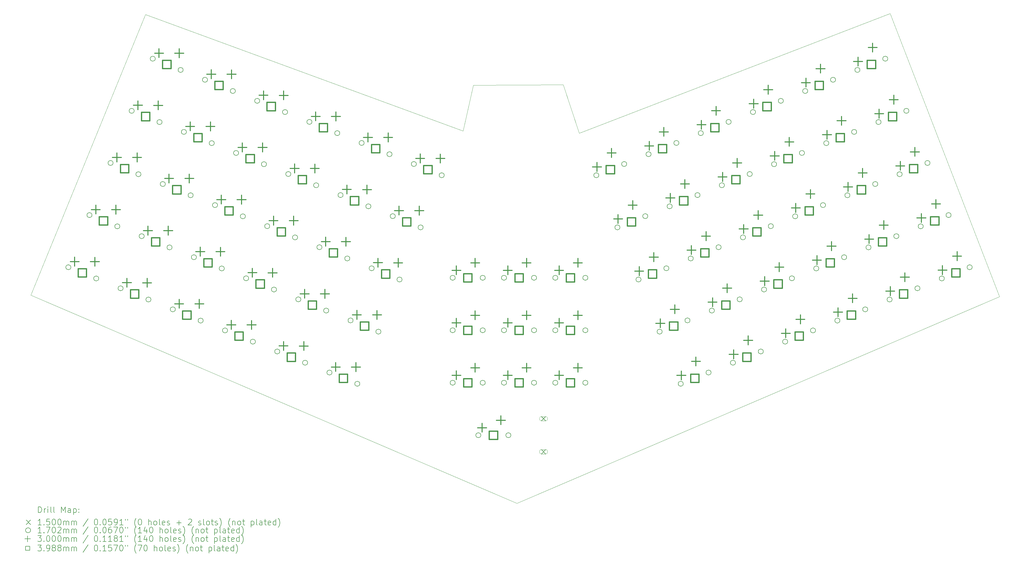
<source format=gbr>
%TF.GenerationSoftware,KiCad,Pcbnew,8.0.1*%
%TF.CreationDate,2024-05-03T20:41:22+02:00*%
%TF.ProjectId,boomerang,626f6f6d-6572-4616-9e67-2e6b69636164,rev?*%
%TF.SameCoordinates,Original*%
%TF.FileFunction,Drillmap*%
%TF.FilePolarity,Positive*%
%FSLAX45Y45*%
G04 Gerber Fmt 4.5, Leading zero omitted, Abs format (unit mm)*
G04 Created by KiCad (PCBNEW 8.0.1) date 2024-05-03 20:41:22*
%MOMM*%
%LPD*%
G01*
G04 APERTURE LIST*
%ADD10C,0.100000*%
%ADD11C,0.200000*%
%ADD12C,0.150000*%
%ADD13C,0.170180*%
%ADD14C,0.300000*%
%ADD15C,0.398780*%
G04 APERTURE END LIST*
D10*
X20120000Y-21360000D02*
X3680000Y-14310000D01*
X3680000Y-14310000D02*
X7560000Y-4800000D01*
X18300000Y-8750000D02*
X18650000Y-7200000D01*
X22230000Y-8820000D02*
X32750000Y-4770000D01*
X7560000Y-4800000D02*
X18300000Y-8750000D01*
X18650000Y-7200000D02*
X21690000Y-7180000D01*
X36450000Y-14360000D02*
X20120000Y-21360000D01*
X32750000Y-4770000D02*
X36450000Y-14360000D01*
X21690000Y-7180000D02*
X22230000Y-8820000D01*
D11*
D12*
X20950221Y-18420143D02*
X21100221Y-18570143D01*
X21100221Y-18420143D02*
X20950221Y-18570143D01*
D10*
X20960221Y-18570143D02*
X21090221Y-18570143D01*
X21090221Y-18420143D02*
G75*
G02*
X21090221Y-18570143I0J-75000D01*
G01*
X21090221Y-18420143D02*
X20960221Y-18420143D01*
X20960221Y-18420143D02*
G75*
G03*
X20960221Y-18570143I0J-75000D01*
G01*
D12*
X20950221Y-19540143D02*
X21100221Y-19690143D01*
X21100221Y-19540143D02*
X20950221Y-19690143D01*
D10*
X20960221Y-19690143D02*
X21090221Y-19690143D01*
X21090221Y-19540143D02*
G75*
G02*
X21090221Y-19690143I0J-75000D01*
G01*
X21090221Y-19540143D02*
X20960221Y-19540143D01*
X20960221Y-19540143D02*
G75*
G03*
X20960221Y-19690143I0J-75000D01*
G01*
D13*
X5037760Y-13363413D02*
G75*
G02*
X4867580Y-13363413I-85090J0D01*
G01*
X4867580Y-13363413D02*
G75*
G02*
X5037760Y-13363413I85090J0D01*
G01*
X5751386Y-11597128D02*
G75*
G02*
X5581206Y-11597128I-85090J0D01*
G01*
X5581206Y-11597128D02*
G75*
G02*
X5751386Y-11597128I85090J0D01*
G01*
X5979779Y-13744013D02*
G75*
G02*
X5809599Y-13744013I-85090J0D01*
G01*
X5809599Y-13744013D02*
G75*
G02*
X5979779Y-13744013I85090J0D01*
G01*
X6465011Y-9830843D02*
G75*
G02*
X6294831Y-9830843I-85090J0D01*
G01*
X6294831Y-9830843D02*
G75*
G02*
X6465011Y-9830843I85090J0D01*
G01*
X6693405Y-11977728D02*
G75*
G02*
X6523225Y-11977728I-85090J0D01*
G01*
X6523225Y-11977728D02*
G75*
G02*
X6693405Y-11977728I85090J0D01*
G01*
X6804046Y-14077039D02*
G75*
G02*
X6633866Y-14077039I-85090J0D01*
G01*
X6633866Y-14077039D02*
G75*
G02*
X6804046Y-14077039I85090J0D01*
G01*
X7178637Y-8064557D02*
G75*
G02*
X7008457Y-8064557I-85090J0D01*
G01*
X7008457Y-8064557D02*
G75*
G02*
X7178637Y-8064557I85090J0D01*
G01*
X7407030Y-10211443D02*
G75*
G02*
X7236850Y-10211443I-85090J0D01*
G01*
X7236850Y-10211443D02*
G75*
G02*
X7407030Y-10211443I85090J0D01*
G01*
X7517671Y-12310753D02*
G75*
G02*
X7347491Y-12310753I-85090J0D01*
G01*
X7347491Y-12310753D02*
G75*
G02*
X7517671Y-12310753I85090J0D01*
G01*
X7746064Y-14457639D02*
G75*
G02*
X7575884Y-14457639I-85090J0D01*
G01*
X7575884Y-14457639D02*
G75*
G02*
X7746064Y-14457639I85090J0D01*
G01*
X7892263Y-6298272D02*
G75*
G02*
X7722083Y-6298272I-85090J0D01*
G01*
X7722083Y-6298272D02*
G75*
G02*
X7892263Y-6298272I85090J0D01*
G01*
X8120656Y-8445158D02*
G75*
G02*
X7950476Y-8445158I-85090J0D01*
G01*
X7950476Y-8445158D02*
G75*
G02*
X8120656Y-8445158I85090J0D01*
G01*
X8231297Y-10544468D02*
G75*
G02*
X8061117Y-10544468I-85090J0D01*
G01*
X8061117Y-10544468D02*
G75*
G02*
X8231297Y-10544468I85090J0D01*
G01*
X8459690Y-12691354D02*
G75*
G02*
X8289510Y-12691354I-85090J0D01*
G01*
X8289510Y-12691354D02*
G75*
G02*
X8459690Y-12691354I85090J0D01*
G01*
X8570331Y-14790664D02*
G75*
G02*
X8400151Y-14790664I-85090J0D01*
G01*
X8400151Y-14790664D02*
G75*
G02*
X8570331Y-14790664I85090J0D01*
G01*
X8834282Y-6678872D02*
G75*
G02*
X8664102Y-6678872I-85090J0D01*
G01*
X8664102Y-6678872D02*
G75*
G02*
X8834282Y-6678872I85090J0D01*
G01*
X8944922Y-8778183D02*
G75*
G02*
X8774742Y-8778183I-85090J0D01*
G01*
X8774742Y-8778183D02*
G75*
G02*
X8944922Y-8778183I85090J0D01*
G01*
X9173316Y-10925069D02*
G75*
G02*
X9003136Y-10925069I-85090J0D01*
G01*
X9003136Y-10925069D02*
G75*
G02*
X9173316Y-10925069I85090J0D01*
G01*
X9283957Y-13024379D02*
G75*
G02*
X9113777Y-13024379I-85090J0D01*
G01*
X9113777Y-13024379D02*
G75*
G02*
X9283957Y-13024379I85090J0D01*
G01*
X9512350Y-15171265D02*
G75*
G02*
X9342170Y-15171265I-85090J0D01*
G01*
X9342170Y-15171265D02*
G75*
G02*
X9512350Y-15171265I85090J0D01*
G01*
X9658548Y-7011898D02*
G75*
G02*
X9488368Y-7011898I-85090J0D01*
G01*
X9488368Y-7011898D02*
G75*
G02*
X9658548Y-7011898I85090J0D01*
G01*
X9886941Y-9158783D02*
G75*
G02*
X9716761Y-9158783I-85090J0D01*
G01*
X9716761Y-9158783D02*
G75*
G02*
X9886941Y-9158783I85090J0D01*
G01*
X9997582Y-11258094D02*
G75*
G02*
X9827402Y-11258094I-85090J0D01*
G01*
X9827402Y-11258094D02*
G75*
G02*
X9997582Y-11258094I85090J0D01*
G01*
X10225975Y-13404979D02*
G75*
G02*
X10055795Y-13404979I-85090J0D01*
G01*
X10055795Y-13404979D02*
G75*
G02*
X10225975Y-13404979I85090J0D01*
G01*
X10336616Y-15504290D02*
G75*
G02*
X10166436Y-15504290I-85090J0D01*
G01*
X10166436Y-15504290D02*
G75*
G02*
X10336616Y-15504290I85090J0D01*
G01*
X10600566Y-7392498D02*
G75*
G02*
X10430386Y-7392498I-85090J0D01*
G01*
X10430386Y-7392498D02*
G75*
G02*
X10600566Y-7392498I85090J0D01*
G01*
X10711208Y-9491809D02*
G75*
G02*
X10541028Y-9491809I-85090J0D01*
G01*
X10541028Y-9491809D02*
G75*
G02*
X10711208Y-9491809I85090J0D01*
G01*
X10939601Y-11638694D02*
G75*
G02*
X10769421Y-11638694I-85090J0D01*
G01*
X10769421Y-11638694D02*
G75*
G02*
X10939601Y-11638694I85090J0D01*
G01*
X11050241Y-13738004D02*
G75*
G02*
X10880061Y-13738004I-85090J0D01*
G01*
X10880061Y-13738004D02*
G75*
G02*
X11050241Y-13738004I85090J0D01*
G01*
X11278635Y-15884890D02*
G75*
G02*
X11108455Y-15884890I-85090J0D01*
G01*
X11108455Y-15884890D02*
G75*
G02*
X11278635Y-15884890I85090J0D01*
G01*
X11424833Y-7725523D02*
G75*
G02*
X11254653Y-7725523I-85090J0D01*
G01*
X11254653Y-7725523D02*
G75*
G02*
X11424833Y-7725523I85090J0D01*
G01*
X11653226Y-9872409D02*
G75*
G02*
X11483046Y-9872409I-85090J0D01*
G01*
X11483046Y-9872409D02*
G75*
G02*
X11653226Y-9872409I85090J0D01*
G01*
X11763867Y-11971719D02*
G75*
G02*
X11593687Y-11971719I-85090J0D01*
G01*
X11593687Y-11971719D02*
G75*
G02*
X11763867Y-11971719I85090J0D01*
G01*
X11992260Y-14118605D02*
G75*
G02*
X11822080Y-14118605I-85090J0D01*
G01*
X11822080Y-14118605D02*
G75*
G02*
X11992260Y-14118605I85090J0D01*
G01*
X12102901Y-16217915D02*
G75*
G02*
X11932721Y-16217915I-85090J0D01*
G01*
X11932721Y-16217915D02*
G75*
G02*
X12102901Y-16217915I85090J0D01*
G01*
X12366852Y-8106123D02*
G75*
G02*
X12196672Y-8106123I-85090J0D01*
G01*
X12196672Y-8106123D02*
G75*
G02*
X12366852Y-8106123I85090J0D01*
G01*
X12477493Y-10205434D02*
G75*
G02*
X12307313Y-10205434I-85090J0D01*
G01*
X12307313Y-10205434D02*
G75*
G02*
X12477493Y-10205434I85090J0D01*
G01*
X12705886Y-12352320D02*
G75*
G02*
X12535706Y-12352320I-85090J0D01*
G01*
X12535706Y-12352320D02*
G75*
G02*
X12705886Y-12352320I85090J0D01*
G01*
X12816527Y-14451630D02*
G75*
G02*
X12646347Y-14451630I-85090J0D01*
G01*
X12646347Y-14451630D02*
G75*
G02*
X12816527Y-14451630I85090J0D01*
G01*
X13044920Y-16598516D02*
G75*
G02*
X12874740Y-16598516I-85090J0D01*
G01*
X12874740Y-16598516D02*
G75*
G02*
X13044920Y-16598516I85090J0D01*
G01*
X13191118Y-8439149D02*
G75*
G02*
X13020938Y-8439149I-85090J0D01*
G01*
X13020938Y-8439149D02*
G75*
G02*
X13191118Y-8439149I85090J0D01*
G01*
X13419511Y-10586034D02*
G75*
G02*
X13249331Y-10586034I-85090J0D01*
G01*
X13249331Y-10586034D02*
G75*
G02*
X13419511Y-10586034I85090J0D01*
G01*
X13530152Y-12685345D02*
G75*
G02*
X13359972Y-12685345I-85090J0D01*
G01*
X13359972Y-12685345D02*
G75*
G02*
X13530152Y-12685345I85090J0D01*
G01*
X13758546Y-14832230D02*
G75*
G02*
X13588366Y-14832230I-85090J0D01*
G01*
X13588366Y-14832230D02*
G75*
G02*
X13758546Y-14832230I85090J0D01*
G01*
X13869186Y-16931541D02*
G75*
G02*
X13699006Y-16931541I-85090J0D01*
G01*
X13699006Y-16931541D02*
G75*
G02*
X13869186Y-16931541I85090J0D01*
G01*
X14133137Y-8819749D02*
G75*
G02*
X13962957Y-8819749I-85090J0D01*
G01*
X13962957Y-8819749D02*
G75*
G02*
X14133137Y-8819749I85090J0D01*
G01*
X14243778Y-10919060D02*
G75*
G02*
X14073598Y-10919060I-85090J0D01*
G01*
X14073598Y-10919060D02*
G75*
G02*
X14243778Y-10919060I85090J0D01*
G01*
X14472171Y-13065945D02*
G75*
G02*
X14301991Y-13065945I-85090J0D01*
G01*
X14301991Y-13065945D02*
G75*
G02*
X14472171Y-13065945I85090J0D01*
G01*
X14582812Y-15165256D02*
G75*
G02*
X14412632Y-15165256I-85090J0D01*
G01*
X14412632Y-15165256D02*
G75*
G02*
X14582812Y-15165256I85090J0D01*
G01*
X14811205Y-17312141D02*
G75*
G02*
X14641025Y-17312141I-85090J0D01*
G01*
X14641025Y-17312141D02*
G75*
G02*
X14811205Y-17312141I85090J0D01*
G01*
X14957403Y-9152775D02*
G75*
G02*
X14787223Y-9152775I-85090J0D01*
G01*
X14787223Y-9152775D02*
G75*
G02*
X14957403Y-9152775I85090J0D01*
G01*
X15185797Y-11299660D02*
G75*
G02*
X15015617Y-11299660I-85090J0D01*
G01*
X15015617Y-11299660D02*
G75*
G02*
X15185797Y-11299660I85090J0D01*
G01*
X15296438Y-13398970D02*
G75*
G02*
X15126258Y-13398970I-85090J0D01*
G01*
X15126258Y-13398970D02*
G75*
G02*
X15296438Y-13398970I85090J0D01*
G01*
X15524831Y-15545856D02*
G75*
G02*
X15354651Y-15545856I-85090J0D01*
G01*
X15354651Y-15545856D02*
G75*
G02*
X15524831Y-15545856I85090J0D01*
G01*
X15899422Y-9533375D02*
G75*
G02*
X15729242Y-9533375I-85090J0D01*
G01*
X15729242Y-9533375D02*
G75*
G02*
X15899422Y-9533375I85090J0D01*
G01*
X16010063Y-11632685D02*
G75*
G02*
X15839883Y-11632685I-85090J0D01*
G01*
X15839883Y-11632685D02*
G75*
G02*
X16010063Y-11632685I85090J0D01*
G01*
X16238456Y-13779571D02*
G75*
G02*
X16068276Y-13779571I-85090J0D01*
G01*
X16068276Y-13779571D02*
G75*
G02*
X16238456Y-13779571I85090J0D01*
G01*
X16723689Y-9866400D02*
G75*
G02*
X16553509Y-9866400I-85090J0D01*
G01*
X16553509Y-9866400D02*
G75*
G02*
X16723689Y-9866400I85090J0D01*
G01*
X16952082Y-12013286D02*
G75*
G02*
X16781902Y-12013286I-85090J0D01*
G01*
X16781902Y-12013286D02*
G75*
G02*
X16952082Y-12013286I85090J0D01*
G01*
X17665708Y-10247000D02*
G75*
G02*
X17495528Y-10247000I-85090J0D01*
G01*
X17495528Y-10247000D02*
G75*
G02*
X17665708Y-10247000I85090J0D01*
G01*
X18037186Y-13721143D02*
G75*
G02*
X17867006Y-13721143I-85090J0D01*
G01*
X17867006Y-13721143D02*
G75*
G02*
X18037186Y-13721143I85090J0D01*
G01*
X18037186Y-15499143D02*
G75*
G02*
X17867006Y-15499143I-85090J0D01*
G01*
X17867006Y-15499143D02*
G75*
G02*
X18037186Y-15499143I85090J0D01*
G01*
X18037186Y-17277143D02*
G75*
G02*
X17867006Y-17277143I-85090J0D01*
G01*
X17867006Y-17277143D02*
G75*
G02*
X18037186Y-17277143I85090J0D01*
G01*
X18905061Y-19055143D02*
G75*
G02*
X18734881Y-19055143I-85090J0D01*
G01*
X18734881Y-19055143D02*
G75*
G02*
X18905061Y-19055143I85090J0D01*
G01*
X19053186Y-13721143D02*
G75*
G02*
X18883006Y-13721143I-85090J0D01*
G01*
X18883006Y-13721143D02*
G75*
G02*
X19053186Y-13721143I85090J0D01*
G01*
X19053186Y-15499143D02*
G75*
G02*
X18883006Y-15499143I-85090J0D01*
G01*
X18883006Y-15499143D02*
G75*
G02*
X19053186Y-15499143I85090J0D01*
G01*
X19053186Y-17277143D02*
G75*
G02*
X18883006Y-17277143I-85090J0D01*
G01*
X18883006Y-17277143D02*
G75*
G02*
X19053186Y-17277143I85090J0D01*
G01*
X19772936Y-13721143D02*
G75*
G02*
X19602756Y-13721143I-85090J0D01*
G01*
X19602756Y-13721143D02*
G75*
G02*
X19772936Y-13721143I85090J0D01*
G01*
X19772936Y-15499143D02*
G75*
G02*
X19602756Y-15499143I-85090J0D01*
G01*
X19602756Y-15499143D02*
G75*
G02*
X19772936Y-15499143I85090J0D01*
G01*
X19772936Y-17277143D02*
G75*
G02*
X19602756Y-17277143I-85090J0D01*
G01*
X19602756Y-17277143D02*
G75*
G02*
X19772936Y-17277143I85090J0D01*
G01*
X19921061Y-19055143D02*
G75*
G02*
X19750881Y-19055143I-85090J0D01*
G01*
X19750881Y-19055143D02*
G75*
G02*
X19921061Y-19055143I85090J0D01*
G01*
X20788936Y-13721143D02*
G75*
G02*
X20618756Y-13721143I-85090J0D01*
G01*
X20618756Y-13721143D02*
G75*
G02*
X20788936Y-13721143I85090J0D01*
G01*
X20788936Y-15499143D02*
G75*
G02*
X20618756Y-15499143I-85090J0D01*
G01*
X20618756Y-15499143D02*
G75*
G02*
X20788936Y-15499143I85090J0D01*
G01*
X20788936Y-17277143D02*
G75*
G02*
X20618756Y-17277143I-85090J0D01*
G01*
X20618756Y-17277143D02*
G75*
G02*
X20788936Y-17277143I85090J0D01*
G01*
X21508686Y-13721143D02*
G75*
G02*
X21338506Y-13721143I-85090J0D01*
G01*
X21338506Y-13721143D02*
G75*
G02*
X21508686Y-13721143I85090J0D01*
G01*
X21508686Y-15499143D02*
G75*
G02*
X21338506Y-15499143I-85090J0D01*
G01*
X21338506Y-15499143D02*
G75*
G02*
X21508686Y-15499143I85090J0D01*
G01*
X21508686Y-17277143D02*
G75*
G02*
X21338506Y-17277143I-85090J0D01*
G01*
X21338506Y-17277143D02*
G75*
G02*
X21508686Y-17277143I85090J0D01*
G01*
X22524685Y-13721143D02*
G75*
G02*
X22354506Y-13721143I-85090J0D01*
G01*
X22354506Y-13721143D02*
G75*
G02*
X22524685Y-13721143I85090J0D01*
G01*
X22524685Y-15499143D02*
G75*
G02*
X22354506Y-15499143I-85090J0D01*
G01*
X22354506Y-15499143D02*
G75*
G02*
X22524685Y-15499143I85090J0D01*
G01*
X22524685Y-17277143D02*
G75*
G02*
X22354506Y-17277143I-85090J0D01*
G01*
X22354506Y-17277143D02*
G75*
G02*
X22524685Y-17277143I85090J0D01*
G01*
X22896113Y-10246919D02*
G75*
G02*
X22725933Y-10246919I-85090J0D01*
G01*
X22725933Y-10246919D02*
G75*
G02*
X22896113Y-10246919I85090J0D01*
G01*
X23609739Y-12013204D02*
G75*
G02*
X23439559Y-12013204I-85090J0D01*
G01*
X23439559Y-12013204D02*
G75*
G02*
X23609739Y-12013204I85090J0D01*
G01*
X23838132Y-9866319D02*
G75*
G02*
X23667952Y-9866319I-85090J0D01*
G01*
X23667952Y-9866319D02*
G75*
G02*
X23838132Y-9866319I85090J0D01*
G01*
X24323364Y-13779489D02*
G75*
G02*
X24153184Y-13779489I-85090J0D01*
G01*
X24153184Y-13779489D02*
G75*
G02*
X24323364Y-13779489I85090J0D01*
G01*
X24551757Y-11632604D02*
G75*
G02*
X24381577Y-11632604I-85090J0D01*
G01*
X24381577Y-11632604D02*
G75*
G02*
X24551757Y-11632604I85090J0D01*
G01*
X24662398Y-9533293D02*
G75*
G02*
X24492218Y-9533293I-85090J0D01*
G01*
X24492218Y-9533293D02*
G75*
G02*
X24662398Y-9533293I85090J0D01*
G01*
X25036990Y-15545775D02*
G75*
G02*
X24866810Y-15545775I-85090J0D01*
G01*
X24866810Y-15545775D02*
G75*
G02*
X25036990Y-15545775I85090J0D01*
G01*
X25265383Y-13398889D02*
G75*
G02*
X25095203Y-13398889I-85090J0D01*
G01*
X25095203Y-13398889D02*
G75*
G02*
X25265383Y-13398889I85090J0D01*
G01*
X25376024Y-11299579D02*
G75*
G02*
X25205844Y-11299579I-85090J0D01*
G01*
X25205844Y-11299579D02*
G75*
G02*
X25376024Y-11299579I85090J0D01*
G01*
X25604417Y-9152693D02*
G75*
G02*
X25434237Y-9152693I-85090J0D01*
G01*
X25434237Y-9152693D02*
G75*
G02*
X25604417Y-9152693I85090J0D01*
G01*
X25750615Y-17312060D02*
G75*
G02*
X25580435Y-17312060I-85090J0D01*
G01*
X25580435Y-17312060D02*
G75*
G02*
X25750615Y-17312060I85090J0D01*
G01*
X25979009Y-15165174D02*
G75*
G02*
X25808829Y-15165174I-85090J0D01*
G01*
X25808829Y-15165174D02*
G75*
G02*
X25979009Y-15165174I85090J0D01*
G01*
X26089649Y-13065864D02*
G75*
G02*
X25919469Y-13065864I-85090J0D01*
G01*
X25919469Y-13065864D02*
G75*
G02*
X26089649Y-13065864I85090J0D01*
G01*
X26318043Y-10918978D02*
G75*
G02*
X26147863Y-10918978I-85090J0D01*
G01*
X26147863Y-10918978D02*
G75*
G02*
X26318043Y-10918978I85090J0D01*
G01*
X26428683Y-8819668D02*
G75*
G02*
X26258503Y-8819668I-85090J0D01*
G01*
X26258503Y-8819668D02*
G75*
G02*
X26428683Y-8819668I85090J0D01*
G01*
X26692634Y-16931460D02*
G75*
G02*
X26522454Y-16931460I-85090J0D01*
G01*
X26522454Y-16931460D02*
G75*
G02*
X26692634Y-16931460I85090J0D01*
G01*
X26803275Y-14832149D02*
G75*
G02*
X26633095Y-14832149I-85090J0D01*
G01*
X26633095Y-14832149D02*
G75*
G02*
X26803275Y-14832149I85090J0D01*
G01*
X27031668Y-12685264D02*
G75*
G02*
X26861488Y-12685264I-85090J0D01*
G01*
X26861488Y-12685264D02*
G75*
G02*
X27031668Y-12685264I85090J0D01*
G01*
X27142309Y-10585953D02*
G75*
G02*
X26972129Y-10585953I-85090J0D01*
G01*
X26972129Y-10585953D02*
G75*
G02*
X27142309Y-10585953I85090J0D01*
G01*
X27370702Y-8439068D02*
G75*
G02*
X27200522Y-8439068I-85090J0D01*
G01*
X27200522Y-8439068D02*
G75*
G02*
X27370702Y-8439068I85090J0D01*
G01*
X27516901Y-16598434D02*
G75*
G02*
X27346721Y-16598434I-85090J0D01*
G01*
X27346721Y-16598434D02*
G75*
G02*
X27516901Y-16598434I85090J0D01*
G01*
X27745294Y-14451549D02*
G75*
G02*
X27575114Y-14451549I-85090J0D01*
G01*
X27575114Y-14451549D02*
G75*
G02*
X27745294Y-14451549I85090J0D01*
G01*
X27855935Y-12352238D02*
G75*
G02*
X27685755Y-12352238I-85090J0D01*
G01*
X27685755Y-12352238D02*
G75*
G02*
X27855935Y-12352238I85090J0D01*
G01*
X28084328Y-10205353D02*
G75*
G02*
X27914148Y-10205353I-85090J0D01*
G01*
X27914148Y-10205353D02*
G75*
G02*
X28084328Y-10205353I85090J0D01*
G01*
X28194969Y-8106042D02*
G75*
G02*
X28024789Y-8106042I-85090J0D01*
G01*
X28024789Y-8106042D02*
G75*
G02*
X28194969Y-8106042I85090J0D01*
G01*
X28458919Y-16217834D02*
G75*
G02*
X28288739Y-16217834I-85090J0D01*
G01*
X28288739Y-16217834D02*
G75*
G02*
X28458919Y-16217834I85090J0D01*
G01*
X28569560Y-14118523D02*
G75*
G02*
X28399380Y-14118523I-85090J0D01*
G01*
X28399380Y-14118523D02*
G75*
G02*
X28569560Y-14118523I85090J0D01*
G01*
X28797954Y-11971638D02*
G75*
G02*
X28627774Y-11971638I-85090J0D01*
G01*
X28627774Y-11971638D02*
G75*
G02*
X28797954Y-11971638I85090J0D01*
G01*
X28908594Y-9872328D02*
G75*
G02*
X28738414Y-9872328I-85090J0D01*
G01*
X28738414Y-9872328D02*
G75*
G02*
X28908594Y-9872328I85090J0D01*
G01*
X29136988Y-7725442D02*
G75*
G02*
X28966808Y-7725442I-85090J0D01*
G01*
X28966808Y-7725442D02*
G75*
G02*
X29136988Y-7725442I85090J0D01*
G01*
X29283186Y-15884809D02*
G75*
G02*
X29113006Y-15884809I-85090J0D01*
G01*
X29113006Y-15884809D02*
G75*
G02*
X29283186Y-15884809I85090J0D01*
G01*
X29511579Y-13737923D02*
G75*
G02*
X29341399Y-13737923I-85090J0D01*
G01*
X29341399Y-13737923D02*
G75*
G02*
X29511579Y-13737923I85090J0D01*
G01*
X29622220Y-11638613D02*
G75*
G02*
X29452040Y-11638613I-85090J0D01*
G01*
X29452040Y-11638613D02*
G75*
G02*
X29622220Y-11638613I85090J0D01*
G01*
X29850613Y-9491727D02*
G75*
G02*
X29680433Y-9491727I-85090J0D01*
G01*
X29680433Y-9491727D02*
G75*
G02*
X29850613Y-9491727I85090J0D01*
G01*
X29961254Y-7392417D02*
G75*
G02*
X29791074Y-7392417I-85090J0D01*
G01*
X29791074Y-7392417D02*
G75*
G02*
X29961254Y-7392417I85090J0D01*
G01*
X30225205Y-15504208D02*
G75*
G02*
X30055025Y-15504208I-85090J0D01*
G01*
X30055025Y-15504208D02*
G75*
G02*
X30225205Y-15504208I85090J0D01*
G01*
X30335845Y-13404898D02*
G75*
G02*
X30165665Y-13404898I-85090J0D01*
G01*
X30165665Y-13404898D02*
G75*
G02*
X30335845Y-13404898I85090J0D01*
G01*
X30564239Y-11258012D02*
G75*
G02*
X30394059Y-11258012I-85090J0D01*
G01*
X30394059Y-11258012D02*
G75*
G02*
X30564239Y-11258012I85090J0D01*
G01*
X30674880Y-9158702D02*
G75*
G02*
X30504700Y-9158702I-85090J0D01*
G01*
X30504700Y-9158702D02*
G75*
G02*
X30674880Y-9158702I85090J0D01*
G01*
X30903273Y-7011816D02*
G75*
G02*
X30733093Y-7011816I-85090J0D01*
G01*
X30733093Y-7011816D02*
G75*
G02*
X30903273Y-7011816I85090J0D01*
G01*
X31049471Y-15171183D02*
G75*
G02*
X30879291Y-15171183I-85090J0D01*
G01*
X30879291Y-15171183D02*
G75*
G02*
X31049471Y-15171183I85090J0D01*
G01*
X31277864Y-13024298D02*
G75*
G02*
X31107684Y-13024298I-85090J0D01*
G01*
X31107684Y-13024298D02*
G75*
G02*
X31277864Y-13024298I85090J0D01*
G01*
X31388505Y-10924987D02*
G75*
G02*
X31218325Y-10924987I-85090J0D01*
G01*
X31218325Y-10924987D02*
G75*
G02*
X31388505Y-10924987I85090J0D01*
G01*
X31616898Y-8778102D02*
G75*
G02*
X31446718Y-8778102I-85090J0D01*
G01*
X31446718Y-8778102D02*
G75*
G02*
X31616898Y-8778102I85090J0D01*
G01*
X31727539Y-6678791D02*
G75*
G02*
X31557359Y-6678791I-85090J0D01*
G01*
X31557359Y-6678791D02*
G75*
G02*
X31727539Y-6678791I85090J0D01*
G01*
X31991490Y-14790583D02*
G75*
G02*
X31821310Y-14790583I-85090J0D01*
G01*
X31821310Y-14790583D02*
G75*
G02*
X31991490Y-14790583I85090J0D01*
G01*
X32102131Y-12691272D02*
G75*
G02*
X31931951Y-12691272I-85090J0D01*
G01*
X31931951Y-12691272D02*
G75*
G02*
X32102131Y-12691272I85090J0D01*
G01*
X32330524Y-10544387D02*
G75*
G02*
X32160344Y-10544387I-85090J0D01*
G01*
X32160344Y-10544387D02*
G75*
G02*
X32330524Y-10544387I85090J0D01*
G01*
X32441165Y-8445076D02*
G75*
G02*
X32270985Y-8445076I-85090J0D01*
G01*
X32270985Y-8445076D02*
G75*
G02*
X32441165Y-8445076I85090J0D01*
G01*
X32669558Y-6298191D02*
G75*
G02*
X32499378Y-6298191I-85090J0D01*
G01*
X32499378Y-6298191D02*
G75*
G02*
X32669558Y-6298191I85090J0D01*
G01*
X32815756Y-14457558D02*
G75*
G02*
X32645576Y-14457558I-85090J0D01*
G01*
X32645576Y-14457558D02*
G75*
G02*
X32815756Y-14457558I85090J0D01*
G01*
X33044150Y-12310672D02*
G75*
G02*
X32873970Y-12310672I-85090J0D01*
G01*
X32873970Y-12310672D02*
G75*
G02*
X33044150Y-12310672I85090J0D01*
G01*
X33154790Y-10211362D02*
G75*
G02*
X32984610Y-10211362I-85090J0D01*
G01*
X32984610Y-10211362D02*
G75*
G02*
X33154790Y-10211362I85090J0D01*
G01*
X33383184Y-8064476D02*
G75*
G02*
X33213004Y-8064476I-85090J0D01*
G01*
X33213004Y-8064476D02*
G75*
G02*
X33383184Y-8064476I85090J0D01*
G01*
X33757775Y-14076957D02*
G75*
G02*
X33587595Y-14076957I-85090J0D01*
G01*
X33587595Y-14076957D02*
G75*
G02*
X33757775Y-14076957I85090J0D01*
G01*
X33868416Y-11977647D02*
G75*
G02*
X33698236Y-11977647I-85090J0D01*
G01*
X33698236Y-11977647D02*
G75*
G02*
X33868416Y-11977647I85090J0D01*
G01*
X34096809Y-9830761D02*
G75*
G02*
X33926629Y-9830761I-85090J0D01*
G01*
X33926629Y-9830761D02*
G75*
G02*
X34096809Y-9830761I85090J0D01*
G01*
X34582042Y-13743932D02*
G75*
G02*
X34411862Y-13743932I-85090J0D01*
G01*
X34411862Y-13743932D02*
G75*
G02*
X34582042Y-13743932I85090J0D01*
G01*
X34810435Y-11597047D02*
G75*
G02*
X34640255Y-11597047I-85090J0D01*
G01*
X34640255Y-11597047D02*
G75*
G02*
X34810435Y-11597047I85090J0D01*
G01*
X35524060Y-13363332D02*
G75*
G02*
X35353880Y-13363332I-85090J0D01*
G01*
X35353880Y-13363332D02*
G75*
G02*
X35524060Y-13363332I85090J0D01*
G01*
D14*
X5165573Y-13025483D02*
X5165573Y-13325483D01*
X5015573Y-13175483D02*
X5315573Y-13175483D01*
X5849484Y-13027854D02*
X5849484Y-13327854D01*
X5699484Y-13177854D02*
X5999484Y-13177854D01*
X5879198Y-11259198D02*
X5879198Y-11559198D01*
X5729198Y-11409198D02*
X6029198Y-11409198D01*
X6563110Y-11261569D02*
X6563110Y-11561569D01*
X6413110Y-11411569D02*
X6713110Y-11411569D01*
X6592824Y-9492913D02*
X6592824Y-9792913D01*
X6442824Y-9642913D02*
X6742824Y-9642913D01*
X6931858Y-13739109D02*
X6931858Y-14039109D01*
X6781858Y-13889109D02*
X7081858Y-13889109D01*
X7276736Y-9495284D02*
X7276736Y-9795284D01*
X7126736Y-9645284D02*
X7426736Y-9645284D01*
X7306449Y-7726628D02*
X7306449Y-8026628D01*
X7156449Y-7876628D02*
X7456449Y-7876628D01*
X7615770Y-13741479D02*
X7615770Y-14041479D01*
X7465770Y-13891479D02*
X7765770Y-13891479D01*
X7645483Y-11972824D02*
X7645483Y-12272824D01*
X7495483Y-12122824D02*
X7795483Y-12122824D01*
X7990361Y-7728998D02*
X7990361Y-8028998D01*
X7840361Y-7878998D02*
X8140361Y-7878998D01*
X8020075Y-5960343D02*
X8020075Y-6260343D01*
X7870075Y-6110343D02*
X8170075Y-6110343D01*
X8329395Y-11975194D02*
X8329395Y-12275194D01*
X8179395Y-12125194D02*
X8479395Y-12125194D01*
X8359109Y-10206539D02*
X8359109Y-10506539D01*
X8209109Y-10356539D02*
X8509109Y-10356539D01*
X8698143Y-14452735D02*
X8698143Y-14752735D01*
X8548143Y-14602735D02*
X8848143Y-14602735D01*
X8703987Y-5962713D02*
X8703987Y-6262713D01*
X8553987Y-6112713D02*
X8853987Y-6112713D01*
X9043021Y-10208909D02*
X9043021Y-10508909D01*
X8893021Y-10358909D02*
X9193021Y-10358909D01*
X9072735Y-8440253D02*
X9072735Y-8740253D01*
X8922735Y-8590253D02*
X9222735Y-8590253D01*
X9382055Y-14455105D02*
X9382055Y-14755105D01*
X9232055Y-14605105D02*
X9532055Y-14605105D01*
X9411769Y-12686449D02*
X9411769Y-12986449D01*
X9261769Y-12836449D02*
X9561769Y-12836449D01*
X9756646Y-8442624D02*
X9756646Y-8742624D01*
X9606646Y-8592624D02*
X9906646Y-8592624D01*
X9786360Y-6673968D02*
X9786360Y-6973968D01*
X9636360Y-6823968D02*
X9936360Y-6823968D01*
X10095681Y-12688820D02*
X10095681Y-12988820D01*
X9945681Y-12838820D02*
X10245681Y-12838820D01*
X10125394Y-10920164D02*
X10125394Y-11220164D01*
X9975394Y-11070164D02*
X10275394Y-11070164D01*
X10464429Y-15166360D02*
X10464429Y-15466360D01*
X10314429Y-15316360D02*
X10614429Y-15316360D01*
X10470272Y-6676338D02*
X10470272Y-6976338D01*
X10320272Y-6826338D02*
X10620272Y-6826338D01*
X10809306Y-10922535D02*
X10809306Y-11222534D01*
X10659306Y-11072535D02*
X10959306Y-11072535D01*
X10839020Y-9153879D02*
X10839020Y-9453879D01*
X10689020Y-9303879D02*
X10989020Y-9303879D01*
X11148340Y-15168731D02*
X11148340Y-15468731D01*
X10998340Y-15318731D02*
X11298340Y-15318731D01*
X11178054Y-13400075D02*
X11178054Y-13700075D01*
X11028054Y-13550075D02*
X11328054Y-13550075D01*
X11522932Y-9156249D02*
X11522932Y-9456249D01*
X11372932Y-9306249D02*
X11672932Y-9306249D01*
X11552645Y-7387594D02*
X11552645Y-7687594D01*
X11402645Y-7537594D02*
X11702645Y-7537594D01*
X11861966Y-13402445D02*
X11861966Y-13702445D01*
X11711966Y-13552445D02*
X12011966Y-13552445D01*
X11891680Y-11633790D02*
X11891680Y-11933790D01*
X11741680Y-11783790D02*
X12041680Y-11783790D01*
X12230714Y-15879986D02*
X12230714Y-16179986D01*
X12080714Y-16029986D02*
X12380714Y-16029986D01*
X12236557Y-7389964D02*
X12236557Y-7689964D01*
X12086557Y-7539964D02*
X12386557Y-7539964D01*
X12575591Y-11636160D02*
X12575591Y-11936160D01*
X12425591Y-11786160D02*
X12725591Y-11786160D01*
X12605305Y-9867504D02*
X12605305Y-10167504D01*
X12455305Y-10017504D02*
X12755305Y-10017504D01*
X12914625Y-15882356D02*
X12914625Y-16182356D01*
X12764625Y-16032356D02*
X13064625Y-16032356D01*
X12944339Y-14113700D02*
X12944339Y-14413700D01*
X12794339Y-14263700D02*
X13094339Y-14263700D01*
X13289217Y-9869875D02*
X13289217Y-10169875D01*
X13139217Y-10019875D02*
X13439217Y-10019875D01*
X13318931Y-8101219D02*
X13318931Y-8401219D01*
X13168931Y-8251219D02*
X13468931Y-8251219D01*
X13628251Y-14116071D02*
X13628251Y-14416071D01*
X13478251Y-14266071D02*
X13778251Y-14266071D01*
X13657965Y-12347415D02*
X13657965Y-12647415D01*
X13507965Y-12497415D02*
X13807965Y-12497415D01*
X13996999Y-16593611D02*
X13996999Y-16893611D01*
X13846999Y-16743611D02*
X14146999Y-16743611D01*
X14002843Y-8103590D02*
X14002843Y-8403590D01*
X13852843Y-8253590D02*
X14152843Y-8253590D01*
X14341876Y-12349786D02*
X14341876Y-12649786D01*
X14191876Y-12499786D02*
X14491876Y-12499786D01*
X14371590Y-10581130D02*
X14371590Y-10881130D01*
X14221590Y-10731130D02*
X14521590Y-10731130D01*
X14680911Y-16595982D02*
X14680911Y-16895982D01*
X14530911Y-16745982D02*
X14830911Y-16745982D01*
X14710624Y-14827326D02*
X14710624Y-15127326D01*
X14560624Y-14977326D02*
X14860624Y-14977326D01*
X15055502Y-10583501D02*
X15055502Y-10883501D01*
X14905502Y-10733501D02*
X15205502Y-10733501D01*
X15085216Y-8814845D02*
X15085216Y-9114845D01*
X14935216Y-8964845D02*
X15235216Y-8964845D01*
X15394536Y-14829696D02*
X15394536Y-15129696D01*
X15244536Y-14979696D02*
X15544536Y-14979696D01*
X15424250Y-13061041D02*
X15424250Y-13361041D01*
X15274250Y-13211041D02*
X15574250Y-13211041D01*
X15769127Y-8817215D02*
X15769127Y-9117215D01*
X15619127Y-8967215D02*
X15919127Y-8967215D01*
X16108162Y-13063411D02*
X16108162Y-13363411D01*
X15958162Y-13213411D02*
X16258162Y-13213411D01*
X16137876Y-11294756D02*
X16137876Y-11594756D01*
X15987876Y-11444756D02*
X16287876Y-11444756D01*
X16821787Y-11297126D02*
X16821787Y-11597126D01*
X16671787Y-11447126D02*
X16971787Y-11447126D01*
X16851501Y-9528470D02*
X16851501Y-9828470D01*
X16701501Y-9678470D02*
X17001501Y-9678470D01*
X17535413Y-9530841D02*
X17535413Y-9830841D01*
X17385413Y-9680841D02*
X17685413Y-9680841D01*
X18079096Y-13317143D02*
X18079096Y-13617143D01*
X17929096Y-13467143D02*
X18229096Y-13467143D01*
X18079096Y-15095143D02*
X18079096Y-15395143D01*
X17929096Y-15245143D02*
X18229096Y-15245143D01*
X18079096Y-16873143D02*
X18079096Y-17173143D01*
X17929096Y-17023143D02*
X18229096Y-17023143D01*
X18714096Y-13063143D02*
X18714096Y-13363143D01*
X18564096Y-13213143D02*
X18864096Y-13213143D01*
X18714096Y-14841143D02*
X18714096Y-15141143D01*
X18564096Y-14991143D02*
X18864096Y-14991143D01*
X18714096Y-16619143D02*
X18714096Y-16919143D01*
X18564096Y-16769143D02*
X18864096Y-16769143D01*
X18946971Y-18651143D02*
X18946971Y-18951143D01*
X18796971Y-18801143D02*
X19096971Y-18801143D01*
X19581971Y-18397143D02*
X19581971Y-18697143D01*
X19431971Y-18547143D02*
X19731971Y-18547143D01*
X19814846Y-13317143D02*
X19814846Y-13617143D01*
X19664846Y-13467143D02*
X19964846Y-13467143D01*
X19814846Y-15095143D02*
X19814846Y-15395143D01*
X19664846Y-15245143D02*
X19964846Y-15245143D01*
X19814846Y-16873143D02*
X19814846Y-17173143D01*
X19664846Y-17023143D02*
X19964846Y-17023143D01*
X20449846Y-13063143D02*
X20449846Y-13363143D01*
X20299846Y-13213143D02*
X20599846Y-13213143D01*
X20449846Y-14841143D02*
X20449846Y-15141143D01*
X20299846Y-14991143D02*
X20599846Y-14991143D01*
X20449846Y-16619143D02*
X20449846Y-16919143D01*
X20299846Y-16769143D02*
X20599846Y-16769143D01*
X21550596Y-13317143D02*
X21550596Y-13617143D01*
X21400596Y-13467143D02*
X21700596Y-13467143D01*
X21550596Y-15095143D02*
X21550596Y-15395143D01*
X21400596Y-15245143D02*
X21700596Y-15245143D01*
X21550596Y-16873143D02*
X21550596Y-17173143D01*
X21400596Y-17023143D02*
X21700596Y-17023143D01*
X22185596Y-13063143D02*
X22185596Y-13363143D01*
X22035596Y-13213143D02*
X22335596Y-13213143D01*
X22185596Y-14841143D02*
X22185596Y-15141143D01*
X22035596Y-14991143D02*
X22335596Y-14991143D01*
X22185596Y-16619143D02*
X22185596Y-16919143D01*
X22035596Y-16769143D02*
X22335596Y-16769143D01*
X22833625Y-9813839D02*
X22833625Y-10113839D01*
X22683625Y-9963839D02*
X22983625Y-9963839D01*
X23327237Y-9340459D02*
X23327237Y-9640459D01*
X23177237Y-9490459D02*
X23477237Y-9490459D01*
X23547251Y-11580124D02*
X23547251Y-11880124D01*
X23397251Y-11730124D02*
X23697251Y-11730124D01*
X24040863Y-11106745D02*
X24040863Y-11406744D01*
X23890863Y-11256744D02*
X24190863Y-11256744D01*
X24260877Y-13346410D02*
X24260877Y-13646410D01*
X24110877Y-13496410D02*
X24410877Y-13496410D01*
X24599911Y-9100214D02*
X24599911Y-9400214D01*
X24449911Y-9250214D02*
X24749911Y-9250214D01*
X24754488Y-12873030D02*
X24754488Y-13173030D01*
X24604488Y-13023030D02*
X24904488Y-13023030D01*
X24974502Y-15112695D02*
X24974502Y-15412695D01*
X24824502Y-15262695D02*
X25124502Y-15262695D01*
X25093522Y-8626834D02*
X25093522Y-8926834D01*
X24943522Y-8776834D02*
X25243522Y-8776834D01*
X25313536Y-10866499D02*
X25313536Y-11166499D01*
X25163536Y-11016499D02*
X25463536Y-11016499D01*
X25468114Y-14639315D02*
X25468114Y-14939315D01*
X25318114Y-14789315D02*
X25618114Y-14789315D01*
X25688128Y-16878980D02*
X25688128Y-17178980D01*
X25538128Y-17028980D02*
X25838128Y-17028980D01*
X25807148Y-10393119D02*
X25807148Y-10693119D01*
X25657148Y-10543119D02*
X25957148Y-10543119D01*
X26027162Y-12632784D02*
X26027162Y-12932784D01*
X25877162Y-12782784D02*
X26177162Y-12782784D01*
X26181739Y-16405600D02*
X26181739Y-16705600D01*
X26031739Y-16555600D02*
X26331739Y-16555600D01*
X26366196Y-8386588D02*
X26366196Y-8686588D01*
X26216196Y-8536588D02*
X26516196Y-8536588D01*
X26520773Y-12159404D02*
X26520773Y-12459404D01*
X26370773Y-12309404D02*
X26670773Y-12309404D01*
X26740787Y-14399069D02*
X26740787Y-14699069D01*
X26590787Y-14549069D02*
X26890787Y-14549069D01*
X26859807Y-7913208D02*
X26859807Y-8213208D01*
X26709807Y-8063208D02*
X27009807Y-8063208D01*
X27079821Y-10152873D02*
X27079821Y-10452873D01*
X26929821Y-10302873D02*
X27229821Y-10302873D01*
X27234399Y-13925689D02*
X27234399Y-14225689D01*
X27084399Y-14075689D02*
X27384399Y-14075689D01*
X27454413Y-16165355D02*
X27454413Y-16465355D01*
X27304413Y-16315355D02*
X27604413Y-16315355D01*
X27573433Y-9679493D02*
X27573433Y-9979493D01*
X27423433Y-9829493D02*
X27723433Y-9829493D01*
X27793447Y-11919159D02*
X27793447Y-12219159D01*
X27643447Y-12069159D02*
X27943447Y-12069159D01*
X27948024Y-15691975D02*
X27948024Y-15991975D01*
X27798024Y-15841975D02*
X28098024Y-15841975D01*
X28132481Y-7672962D02*
X28132481Y-7972962D01*
X27982481Y-7822962D02*
X28282481Y-7822962D01*
X28287059Y-11445779D02*
X28287059Y-11745779D01*
X28137059Y-11595779D02*
X28437059Y-11595779D01*
X28507073Y-13685444D02*
X28507073Y-13985444D01*
X28357073Y-13835444D02*
X28657073Y-13835444D01*
X28626093Y-7199583D02*
X28626093Y-7499583D01*
X28476093Y-7349583D02*
X28776093Y-7349583D01*
X28846107Y-9439248D02*
X28846107Y-9739248D01*
X28696107Y-9589248D02*
X28996107Y-9589248D01*
X29000684Y-13212064D02*
X29000684Y-13512064D01*
X28850684Y-13362064D02*
X29150684Y-13362064D01*
X29220698Y-15451729D02*
X29220698Y-15751729D01*
X29070698Y-15601729D02*
X29370698Y-15601729D01*
X29339718Y-8965868D02*
X29339718Y-9265868D01*
X29189718Y-9115868D02*
X29489718Y-9115868D01*
X29559732Y-11205533D02*
X29559732Y-11505533D01*
X29409732Y-11355533D02*
X29709732Y-11355533D01*
X29714310Y-14978349D02*
X29714310Y-15278349D01*
X29564310Y-15128349D02*
X29864310Y-15128349D01*
X29898766Y-6959337D02*
X29898766Y-7259337D01*
X29748766Y-7109337D02*
X30048766Y-7109337D01*
X30053344Y-10732153D02*
X30053344Y-11032153D01*
X29903344Y-10882153D02*
X30203344Y-10882153D01*
X30273358Y-12971818D02*
X30273358Y-13271818D01*
X30123358Y-13121818D02*
X30423358Y-13121818D01*
X30392378Y-6485957D02*
X30392378Y-6785957D01*
X30242378Y-6635957D02*
X30542378Y-6635957D01*
X30612392Y-8725622D02*
X30612392Y-9025622D01*
X30462392Y-8875622D02*
X30762392Y-8875622D01*
X30766969Y-12498438D02*
X30766969Y-12798438D01*
X30616969Y-12648438D02*
X30916969Y-12648438D01*
X30986983Y-14738103D02*
X30986983Y-15038103D01*
X30836983Y-14888103D02*
X31136983Y-14888103D01*
X31106004Y-8252242D02*
X31106004Y-8552242D01*
X30956004Y-8402242D02*
X31256004Y-8402242D01*
X31326017Y-10491907D02*
X31326017Y-10791907D01*
X31176017Y-10641907D02*
X31476017Y-10641907D01*
X31480595Y-14264723D02*
X31480595Y-14564723D01*
X31330595Y-14414723D02*
X31630595Y-14414723D01*
X31665052Y-6245711D02*
X31665052Y-6545711D01*
X31515052Y-6395711D02*
X31815052Y-6395711D01*
X31819629Y-10018528D02*
X31819629Y-10318528D01*
X31669629Y-10168528D02*
X31969629Y-10168528D01*
X32039643Y-12258193D02*
X32039643Y-12558193D01*
X31889643Y-12408193D02*
X32189643Y-12408193D01*
X32158663Y-5772331D02*
X32158663Y-6072331D01*
X32008663Y-5922331D02*
X32308663Y-5922331D01*
X32378677Y-8011997D02*
X32378677Y-8311997D01*
X32228677Y-8161997D02*
X32528677Y-8161997D01*
X32533255Y-11784813D02*
X32533255Y-12084813D01*
X32383255Y-11934813D02*
X32683255Y-11934813D01*
X32753269Y-14024478D02*
X32753269Y-14324478D01*
X32603269Y-14174478D02*
X32903269Y-14174478D01*
X32872289Y-7538617D02*
X32872289Y-7838617D01*
X32722289Y-7688617D02*
X33022289Y-7688617D01*
X33092303Y-9778282D02*
X33092303Y-10078282D01*
X32942303Y-9928282D02*
X33242303Y-9928282D01*
X33246880Y-13551098D02*
X33246880Y-13851098D01*
X33096880Y-13701098D02*
X33396880Y-13701098D01*
X33585914Y-9304902D02*
X33585914Y-9604902D01*
X33435914Y-9454902D02*
X33735914Y-9454902D01*
X33805928Y-11544567D02*
X33805928Y-11844567D01*
X33655928Y-11694567D02*
X33955928Y-11694567D01*
X34299540Y-11071187D02*
X34299540Y-11371187D01*
X34149540Y-11221187D02*
X34449540Y-11221187D01*
X34519554Y-13310852D02*
X34519554Y-13610852D01*
X34369554Y-13460852D02*
X34669554Y-13460852D01*
X35013165Y-12837472D02*
X35013165Y-13137472D01*
X34863165Y-12987472D02*
X35163165Y-12987472D01*
D15*
X5564671Y-13694705D02*
X5564671Y-13412722D01*
X5282688Y-13412722D01*
X5282688Y-13694705D01*
X5564671Y-13694705D01*
X6278297Y-11928419D02*
X6278297Y-11646437D01*
X5996314Y-11646437D01*
X5996314Y-11928419D01*
X6278297Y-11928419D01*
X6991922Y-10162134D02*
X6991922Y-9880151D01*
X6709939Y-9880151D01*
X6709939Y-10162134D01*
X6991922Y-10162134D01*
X7330956Y-14408330D02*
X7330956Y-14126347D01*
X7048974Y-14126347D01*
X7048974Y-14408330D01*
X7330956Y-14408330D01*
X7705548Y-8395849D02*
X7705548Y-8113866D01*
X7423565Y-8113866D01*
X7423565Y-8395849D01*
X7705548Y-8395849D01*
X8044582Y-12642045D02*
X8044582Y-12360062D01*
X7762599Y-12360062D01*
X7762599Y-12642045D01*
X8044582Y-12642045D01*
X8419174Y-6629564D02*
X8419174Y-6347581D01*
X8137191Y-6347581D01*
X8137191Y-6629564D01*
X8419174Y-6629564D01*
X8758208Y-10875760D02*
X8758208Y-10593777D01*
X8476225Y-10593777D01*
X8476225Y-10875760D01*
X8758208Y-10875760D01*
X9097242Y-15121956D02*
X9097242Y-14839973D01*
X8815259Y-14839973D01*
X8815259Y-15121956D01*
X9097242Y-15121956D01*
X9471833Y-9109475D02*
X9471833Y-8827492D01*
X9189850Y-8827492D01*
X9189850Y-9109475D01*
X9471833Y-9109475D01*
X9810867Y-13355671D02*
X9810867Y-13073688D01*
X9528885Y-13073688D01*
X9528885Y-13355671D01*
X9810867Y-13355671D01*
X10185458Y-7343189D02*
X10185458Y-7061206D01*
X9903476Y-7061206D01*
X9903476Y-7343189D01*
X10185458Y-7343189D01*
X10524493Y-11589385D02*
X10524493Y-11307402D01*
X10242510Y-11307402D01*
X10242510Y-11589385D01*
X10524493Y-11589385D01*
X10863527Y-15835581D02*
X10863527Y-15553599D01*
X10581544Y-15553599D01*
X10581544Y-15835581D01*
X10863527Y-15835581D01*
X11238118Y-9823100D02*
X11238118Y-9541117D01*
X10956136Y-9541117D01*
X10956136Y-9823100D01*
X11238118Y-9823100D01*
X11577152Y-14069296D02*
X11577152Y-13787313D01*
X11295169Y-13787313D01*
X11295169Y-14069296D01*
X11577152Y-14069296D01*
X11951744Y-8056815D02*
X11951744Y-7774832D01*
X11669761Y-7774832D01*
X11669761Y-8056815D01*
X11951744Y-8056815D01*
X12290778Y-12303011D02*
X12290778Y-12021028D01*
X12008795Y-12021028D01*
X12008795Y-12303011D01*
X12290778Y-12303011D01*
X12629812Y-16549207D02*
X12629812Y-16267224D01*
X12347829Y-16267224D01*
X12347829Y-16549207D01*
X12629812Y-16549207D01*
X13004403Y-10536726D02*
X13004403Y-10254743D01*
X12722421Y-10254743D01*
X12722421Y-10536726D01*
X13004403Y-10536726D01*
X13343438Y-14782922D02*
X13343438Y-14500939D01*
X13061455Y-14500939D01*
X13061455Y-14782922D01*
X13343438Y-14782922D01*
X13718029Y-8770440D02*
X13718029Y-8488458D01*
X13436046Y-8488458D01*
X13436046Y-8770440D01*
X13718029Y-8770440D01*
X14057063Y-13016636D02*
X14057063Y-12734654D01*
X13775080Y-12734654D01*
X13775080Y-13016636D01*
X14057063Y-13016636D01*
X14396097Y-17262833D02*
X14396097Y-16980850D01*
X14114114Y-16980850D01*
X14114114Y-17262833D01*
X14396097Y-17262833D01*
X14770689Y-11250351D02*
X14770689Y-10968368D01*
X14488706Y-10968368D01*
X14488706Y-11250351D01*
X14770689Y-11250351D01*
X15109723Y-15496547D02*
X15109723Y-15214564D01*
X14827740Y-15214564D01*
X14827740Y-15496547D01*
X15109723Y-15496547D01*
X15484314Y-9484066D02*
X15484314Y-9202083D01*
X15202331Y-9202083D01*
X15202331Y-9484066D01*
X15484314Y-9484066D01*
X15823348Y-13730262D02*
X15823348Y-13448279D01*
X15541366Y-13448279D01*
X15541366Y-13730262D01*
X15823348Y-13730262D01*
X16536974Y-11963977D02*
X16536974Y-11681994D01*
X16254991Y-11681994D01*
X16254991Y-11963977D01*
X16536974Y-11963977D01*
X17250600Y-10197692D02*
X17250600Y-9915709D01*
X16968617Y-9915709D01*
X16968617Y-10197692D01*
X17250600Y-10197692D01*
X18601087Y-13862134D02*
X18601087Y-13580152D01*
X18319104Y-13580152D01*
X18319104Y-13862134D01*
X18601087Y-13862134D01*
X18601087Y-15640134D02*
X18601087Y-15358152D01*
X18319104Y-15358152D01*
X18319104Y-15640134D01*
X18601087Y-15640134D01*
X18601087Y-17418135D02*
X18601087Y-17136152D01*
X18319104Y-17136152D01*
X18319104Y-17418135D01*
X18601087Y-17418135D01*
X19468962Y-19196135D02*
X19468962Y-18914152D01*
X19186979Y-18914152D01*
X19186979Y-19196135D01*
X19468962Y-19196135D01*
X20336837Y-13862134D02*
X20336837Y-13580152D01*
X20054854Y-13580152D01*
X20054854Y-13862134D01*
X20336837Y-13862134D01*
X20336837Y-15640134D02*
X20336837Y-15358152D01*
X20054854Y-15358152D01*
X20054854Y-15640134D01*
X20336837Y-15640134D01*
X20336837Y-17418135D02*
X20336837Y-17136152D01*
X20054854Y-17136152D01*
X20054854Y-17418135D01*
X20336837Y-17418135D01*
X22072587Y-13862134D02*
X22072587Y-13580152D01*
X21790604Y-13580152D01*
X21790604Y-13862134D01*
X22072587Y-13862134D01*
X22072587Y-15640134D02*
X22072587Y-15358152D01*
X21790604Y-15358152D01*
X21790604Y-15640134D01*
X22072587Y-15640134D01*
X22072587Y-17418135D02*
X22072587Y-17136152D01*
X21790604Y-17136152D01*
X21790604Y-17418135D01*
X22072587Y-17418135D01*
X23423024Y-10197610D02*
X23423024Y-9915627D01*
X23141041Y-9915627D01*
X23141041Y-10197610D01*
X23423024Y-10197610D01*
X24136649Y-11963895D02*
X24136649Y-11681913D01*
X23854667Y-11681913D01*
X23854667Y-11963895D01*
X24136649Y-11963895D01*
X24850275Y-13730181D02*
X24850275Y-13448198D01*
X24568292Y-13448198D01*
X24568292Y-13730181D01*
X24850275Y-13730181D01*
X25189309Y-9483985D02*
X25189309Y-9202002D01*
X24907326Y-9202002D01*
X24907326Y-9483985D01*
X25189309Y-9483985D01*
X25563901Y-15496466D02*
X25563901Y-15214483D01*
X25281918Y-15214483D01*
X25281918Y-15496466D01*
X25563901Y-15496466D01*
X25902935Y-11250270D02*
X25902935Y-10968287D01*
X25620952Y-10968287D01*
X25620952Y-11250270D01*
X25902935Y-11250270D01*
X26277526Y-17262751D02*
X26277526Y-16980768D01*
X25995543Y-16980768D01*
X25995543Y-17262751D01*
X26277526Y-17262751D01*
X26616560Y-13016555D02*
X26616560Y-12734572D01*
X26334577Y-12734572D01*
X26334577Y-13016555D01*
X26616560Y-13016555D01*
X26955594Y-8770359D02*
X26955594Y-8488376D01*
X26673611Y-8488376D01*
X26673611Y-8770359D01*
X26955594Y-8770359D01*
X27330186Y-14782840D02*
X27330186Y-14500858D01*
X27048203Y-14500858D01*
X27048203Y-14782840D01*
X27330186Y-14782840D01*
X27669220Y-10536644D02*
X27669220Y-10254662D01*
X27387237Y-10254662D01*
X27387237Y-10536644D01*
X27669220Y-10536644D01*
X28043811Y-16549126D02*
X28043811Y-16267143D01*
X27761829Y-16267143D01*
X27761829Y-16549126D01*
X28043811Y-16549126D01*
X28382846Y-12302930D02*
X28382846Y-12020947D01*
X28100863Y-12020947D01*
X28100863Y-12302930D01*
X28382846Y-12302930D01*
X28721880Y-8056733D02*
X28721880Y-7774751D01*
X28439897Y-7774751D01*
X28439897Y-8056733D01*
X28721880Y-8056733D01*
X29096471Y-14069215D02*
X29096471Y-13787232D01*
X28814488Y-13787232D01*
X28814488Y-14069215D01*
X29096471Y-14069215D01*
X29435505Y-9823019D02*
X29435505Y-9541036D01*
X29153522Y-9541036D01*
X29153522Y-9823019D01*
X29435505Y-9823019D01*
X29810097Y-15835500D02*
X29810097Y-15553517D01*
X29528114Y-15553517D01*
X29528114Y-15835500D01*
X29810097Y-15835500D01*
X30149131Y-11589304D02*
X30149131Y-11307321D01*
X29867148Y-11307321D01*
X29867148Y-11589304D01*
X30149131Y-11589304D01*
X30488165Y-7343108D02*
X30488165Y-7061125D01*
X30206182Y-7061125D01*
X30206182Y-7343108D01*
X30488165Y-7343108D01*
X30862756Y-13355589D02*
X30862756Y-13073606D01*
X30580773Y-13073606D01*
X30580773Y-13355589D01*
X30862756Y-13355589D01*
X31201790Y-9109393D02*
X31201790Y-8827410D01*
X30919808Y-8827410D01*
X30919808Y-9109393D01*
X31201790Y-9109393D01*
X31576382Y-15121874D02*
X31576382Y-14839892D01*
X31294399Y-14839892D01*
X31294399Y-15121874D01*
X31576382Y-15121874D01*
X31915416Y-10875678D02*
X31915416Y-10593696D01*
X31633433Y-10593696D01*
X31633433Y-10875678D01*
X31915416Y-10875678D01*
X32254450Y-6629482D02*
X32254450Y-6347500D01*
X31972467Y-6347500D01*
X31972467Y-6629482D01*
X32254450Y-6629482D01*
X32629042Y-12641964D02*
X32629042Y-12359981D01*
X32347059Y-12359981D01*
X32347059Y-12641964D01*
X32629042Y-12641964D01*
X32968076Y-8395768D02*
X32968076Y-8113785D01*
X32686093Y-8113785D01*
X32686093Y-8395768D01*
X32968076Y-8395768D01*
X33342667Y-14408249D02*
X33342667Y-14126266D01*
X33060684Y-14126266D01*
X33060684Y-14408249D01*
X33342667Y-14408249D01*
X33681701Y-10162053D02*
X33681701Y-9880070D01*
X33399718Y-9880070D01*
X33399718Y-10162053D01*
X33681701Y-10162053D01*
X34395327Y-11928338D02*
X34395327Y-11646355D01*
X34113344Y-11646355D01*
X34113344Y-11928338D01*
X34395327Y-11928338D01*
X35108952Y-13694623D02*
X35108952Y-13412641D01*
X34826970Y-13412641D01*
X34826970Y-13694623D01*
X35108952Y-13694623D01*
D11*
X3935777Y-21676484D02*
X3935777Y-21476484D01*
X3935777Y-21476484D02*
X3983396Y-21476484D01*
X3983396Y-21476484D02*
X4011967Y-21486008D01*
X4011967Y-21486008D02*
X4031015Y-21505055D01*
X4031015Y-21505055D02*
X4040539Y-21524103D01*
X4040539Y-21524103D02*
X4050062Y-21562198D01*
X4050062Y-21562198D02*
X4050062Y-21590770D01*
X4050062Y-21590770D02*
X4040539Y-21628865D01*
X4040539Y-21628865D02*
X4031015Y-21647912D01*
X4031015Y-21647912D02*
X4011967Y-21666960D01*
X4011967Y-21666960D02*
X3983396Y-21676484D01*
X3983396Y-21676484D02*
X3935777Y-21676484D01*
X4135777Y-21676484D02*
X4135777Y-21543150D01*
X4135777Y-21581246D02*
X4145301Y-21562198D01*
X4145301Y-21562198D02*
X4154824Y-21552674D01*
X4154824Y-21552674D02*
X4173872Y-21543150D01*
X4173872Y-21543150D02*
X4192920Y-21543150D01*
X4259586Y-21676484D02*
X4259586Y-21543150D01*
X4259586Y-21476484D02*
X4250063Y-21486008D01*
X4250063Y-21486008D02*
X4259586Y-21495531D01*
X4259586Y-21495531D02*
X4269110Y-21486008D01*
X4269110Y-21486008D02*
X4259586Y-21476484D01*
X4259586Y-21476484D02*
X4259586Y-21495531D01*
X4383396Y-21676484D02*
X4364348Y-21666960D01*
X4364348Y-21666960D02*
X4354824Y-21647912D01*
X4354824Y-21647912D02*
X4354824Y-21476484D01*
X4488158Y-21676484D02*
X4469110Y-21666960D01*
X4469110Y-21666960D02*
X4459586Y-21647912D01*
X4459586Y-21647912D02*
X4459586Y-21476484D01*
X4716729Y-21676484D02*
X4716729Y-21476484D01*
X4716729Y-21476484D02*
X4783396Y-21619341D01*
X4783396Y-21619341D02*
X4850063Y-21476484D01*
X4850063Y-21476484D02*
X4850063Y-21676484D01*
X5031015Y-21676484D02*
X5031015Y-21571722D01*
X5031015Y-21571722D02*
X5021491Y-21552674D01*
X5021491Y-21552674D02*
X5002444Y-21543150D01*
X5002444Y-21543150D02*
X4964348Y-21543150D01*
X4964348Y-21543150D02*
X4945301Y-21552674D01*
X5031015Y-21666960D02*
X5011967Y-21676484D01*
X5011967Y-21676484D02*
X4964348Y-21676484D01*
X4964348Y-21676484D02*
X4945301Y-21666960D01*
X4945301Y-21666960D02*
X4935777Y-21647912D01*
X4935777Y-21647912D02*
X4935777Y-21628865D01*
X4935777Y-21628865D02*
X4945301Y-21609817D01*
X4945301Y-21609817D02*
X4964348Y-21600293D01*
X4964348Y-21600293D02*
X5011967Y-21600293D01*
X5011967Y-21600293D02*
X5031015Y-21590770D01*
X5126253Y-21543150D02*
X5126253Y-21743150D01*
X5126253Y-21552674D02*
X5145301Y-21543150D01*
X5145301Y-21543150D02*
X5183396Y-21543150D01*
X5183396Y-21543150D02*
X5202444Y-21552674D01*
X5202444Y-21552674D02*
X5211967Y-21562198D01*
X5211967Y-21562198D02*
X5221491Y-21581246D01*
X5221491Y-21581246D02*
X5221491Y-21638389D01*
X5221491Y-21638389D02*
X5211967Y-21657436D01*
X5211967Y-21657436D02*
X5202444Y-21666960D01*
X5202444Y-21666960D02*
X5183396Y-21676484D01*
X5183396Y-21676484D02*
X5145301Y-21676484D01*
X5145301Y-21676484D02*
X5126253Y-21666960D01*
X5307205Y-21657436D02*
X5316729Y-21666960D01*
X5316729Y-21666960D02*
X5307205Y-21676484D01*
X5307205Y-21676484D02*
X5297682Y-21666960D01*
X5297682Y-21666960D02*
X5307205Y-21657436D01*
X5307205Y-21657436D02*
X5307205Y-21676484D01*
X5307205Y-21552674D02*
X5316729Y-21562198D01*
X5316729Y-21562198D02*
X5307205Y-21571722D01*
X5307205Y-21571722D02*
X5297682Y-21562198D01*
X5297682Y-21562198D02*
X5307205Y-21552674D01*
X5307205Y-21552674D02*
X5307205Y-21571722D01*
D12*
X3525000Y-21930000D02*
X3675000Y-22080000D01*
X3675000Y-21930000D02*
X3525000Y-22080000D01*
D11*
X4040539Y-22096484D02*
X3926253Y-22096484D01*
X3983396Y-22096484D02*
X3983396Y-21896484D01*
X3983396Y-21896484D02*
X3964348Y-21925055D01*
X3964348Y-21925055D02*
X3945301Y-21944103D01*
X3945301Y-21944103D02*
X3926253Y-21953627D01*
X4126253Y-22077436D02*
X4135777Y-22086960D01*
X4135777Y-22086960D02*
X4126253Y-22096484D01*
X4126253Y-22096484D02*
X4116729Y-22086960D01*
X4116729Y-22086960D02*
X4126253Y-22077436D01*
X4126253Y-22077436D02*
X4126253Y-22096484D01*
X4316729Y-21896484D02*
X4221491Y-21896484D01*
X4221491Y-21896484D02*
X4211967Y-21991722D01*
X4211967Y-21991722D02*
X4221491Y-21982198D01*
X4221491Y-21982198D02*
X4240539Y-21972674D01*
X4240539Y-21972674D02*
X4288158Y-21972674D01*
X4288158Y-21972674D02*
X4307205Y-21982198D01*
X4307205Y-21982198D02*
X4316729Y-21991722D01*
X4316729Y-21991722D02*
X4326253Y-22010770D01*
X4326253Y-22010770D02*
X4326253Y-22058389D01*
X4326253Y-22058389D02*
X4316729Y-22077436D01*
X4316729Y-22077436D02*
X4307205Y-22086960D01*
X4307205Y-22086960D02*
X4288158Y-22096484D01*
X4288158Y-22096484D02*
X4240539Y-22096484D01*
X4240539Y-22096484D02*
X4221491Y-22086960D01*
X4221491Y-22086960D02*
X4211967Y-22077436D01*
X4450063Y-21896484D02*
X4469110Y-21896484D01*
X4469110Y-21896484D02*
X4488158Y-21906008D01*
X4488158Y-21906008D02*
X4497682Y-21915531D01*
X4497682Y-21915531D02*
X4507205Y-21934579D01*
X4507205Y-21934579D02*
X4516729Y-21972674D01*
X4516729Y-21972674D02*
X4516729Y-22020293D01*
X4516729Y-22020293D02*
X4507205Y-22058389D01*
X4507205Y-22058389D02*
X4497682Y-22077436D01*
X4497682Y-22077436D02*
X4488158Y-22086960D01*
X4488158Y-22086960D02*
X4469110Y-22096484D01*
X4469110Y-22096484D02*
X4450063Y-22096484D01*
X4450063Y-22096484D02*
X4431015Y-22086960D01*
X4431015Y-22086960D02*
X4421491Y-22077436D01*
X4421491Y-22077436D02*
X4411967Y-22058389D01*
X4411967Y-22058389D02*
X4402444Y-22020293D01*
X4402444Y-22020293D02*
X4402444Y-21972674D01*
X4402444Y-21972674D02*
X4411967Y-21934579D01*
X4411967Y-21934579D02*
X4421491Y-21915531D01*
X4421491Y-21915531D02*
X4431015Y-21906008D01*
X4431015Y-21906008D02*
X4450063Y-21896484D01*
X4640539Y-21896484D02*
X4659586Y-21896484D01*
X4659586Y-21896484D02*
X4678634Y-21906008D01*
X4678634Y-21906008D02*
X4688158Y-21915531D01*
X4688158Y-21915531D02*
X4697682Y-21934579D01*
X4697682Y-21934579D02*
X4707205Y-21972674D01*
X4707205Y-21972674D02*
X4707205Y-22020293D01*
X4707205Y-22020293D02*
X4697682Y-22058389D01*
X4697682Y-22058389D02*
X4688158Y-22077436D01*
X4688158Y-22077436D02*
X4678634Y-22086960D01*
X4678634Y-22086960D02*
X4659586Y-22096484D01*
X4659586Y-22096484D02*
X4640539Y-22096484D01*
X4640539Y-22096484D02*
X4621491Y-22086960D01*
X4621491Y-22086960D02*
X4611967Y-22077436D01*
X4611967Y-22077436D02*
X4602444Y-22058389D01*
X4602444Y-22058389D02*
X4592920Y-22020293D01*
X4592920Y-22020293D02*
X4592920Y-21972674D01*
X4592920Y-21972674D02*
X4602444Y-21934579D01*
X4602444Y-21934579D02*
X4611967Y-21915531D01*
X4611967Y-21915531D02*
X4621491Y-21906008D01*
X4621491Y-21906008D02*
X4640539Y-21896484D01*
X4792920Y-22096484D02*
X4792920Y-21963150D01*
X4792920Y-21982198D02*
X4802444Y-21972674D01*
X4802444Y-21972674D02*
X4821491Y-21963150D01*
X4821491Y-21963150D02*
X4850063Y-21963150D01*
X4850063Y-21963150D02*
X4869110Y-21972674D01*
X4869110Y-21972674D02*
X4878634Y-21991722D01*
X4878634Y-21991722D02*
X4878634Y-22096484D01*
X4878634Y-21991722D02*
X4888158Y-21972674D01*
X4888158Y-21972674D02*
X4907205Y-21963150D01*
X4907205Y-21963150D02*
X4935777Y-21963150D01*
X4935777Y-21963150D02*
X4954825Y-21972674D01*
X4954825Y-21972674D02*
X4964348Y-21991722D01*
X4964348Y-21991722D02*
X4964348Y-22096484D01*
X5059586Y-22096484D02*
X5059586Y-21963150D01*
X5059586Y-21982198D02*
X5069110Y-21972674D01*
X5069110Y-21972674D02*
X5088158Y-21963150D01*
X5088158Y-21963150D02*
X5116729Y-21963150D01*
X5116729Y-21963150D02*
X5135777Y-21972674D01*
X5135777Y-21972674D02*
X5145301Y-21991722D01*
X5145301Y-21991722D02*
X5145301Y-22096484D01*
X5145301Y-21991722D02*
X5154825Y-21972674D01*
X5154825Y-21972674D02*
X5173872Y-21963150D01*
X5173872Y-21963150D02*
X5202444Y-21963150D01*
X5202444Y-21963150D02*
X5221491Y-21972674D01*
X5221491Y-21972674D02*
X5231015Y-21991722D01*
X5231015Y-21991722D02*
X5231015Y-22096484D01*
X5621491Y-21886960D02*
X5450063Y-22144103D01*
X5878634Y-21896484D02*
X5897682Y-21896484D01*
X5897682Y-21896484D02*
X5916729Y-21906008D01*
X5916729Y-21906008D02*
X5926253Y-21915531D01*
X5926253Y-21915531D02*
X5935777Y-21934579D01*
X5935777Y-21934579D02*
X5945301Y-21972674D01*
X5945301Y-21972674D02*
X5945301Y-22020293D01*
X5945301Y-22020293D02*
X5935777Y-22058389D01*
X5935777Y-22058389D02*
X5926253Y-22077436D01*
X5926253Y-22077436D02*
X5916729Y-22086960D01*
X5916729Y-22086960D02*
X5897682Y-22096484D01*
X5897682Y-22096484D02*
X5878634Y-22096484D01*
X5878634Y-22096484D02*
X5859586Y-22086960D01*
X5859586Y-22086960D02*
X5850063Y-22077436D01*
X5850063Y-22077436D02*
X5840539Y-22058389D01*
X5840539Y-22058389D02*
X5831015Y-22020293D01*
X5831015Y-22020293D02*
X5831015Y-21972674D01*
X5831015Y-21972674D02*
X5840539Y-21934579D01*
X5840539Y-21934579D02*
X5850063Y-21915531D01*
X5850063Y-21915531D02*
X5859586Y-21906008D01*
X5859586Y-21906008D02*
X5878634Y-21896484D01*
X6031015Y-22077436D02*
X6040539Y-22086960D01*
X6040539Y-22086960D02*
X6031015Y-22096484D01*
X6031015Y-22096484D02*
X6021491Y-22086960D01*
X6021491Y-22086960D02*
X6031015Y-22077436D01*
X6031015Y-22077436D02*
X6031015Y-22096484D01*
X6164348Y-21896484D02*
X6183396Y-21896484D01*
X6183396Y-21896484D02*
X6202444Y-21906008D01*
X6202444Y-21906008D02*
X6211967Y-21915531D01*
X6211967Y-21915531D02*
X6221491Y-21934579D01*
X6221491Y-21934579D02*
X6231015Y-21972674D01*
X6231015Y-21972674D02*
X6231015Y-22020293D01*
X6231015Y-22020293D02*
X6221491Y-22058389D01*
X6221491Y-22058389D02*
X6211967Y-22077436D01*
X6211967Y-22077436D02*
X6202444Y-22086960D01*
X6202444Y-22086960D02*
X6183396Y-22096484D01*
X6183396Y-22096484D02*
X6164348Y-22096484D01*
X6164348Y-22096484D02*
X6145301Y-22086960D01*
X6145301Y-22086960D02*
X6135777Y-22077436D01*
X6135777Y-22077436D02*
X6126253Y-22058389D01*
X6126253Y-22058389D02*
X6116729Y-22020293D01*
X6116729Y-22020293D02*
X6116729Y-21972674D01*
X6116729Y-21972674D02*
X6126253Y-21934579D01*
X6126253Y-21934579D02*
X6135777Y-21915531D01*
X6135777Y-21915531D02*
X6145301Y-21906008D01*
X6145301Y-21906008D02*
X6164348Y-21896484D01*
X6411967Y-21896484D02*
X6316729Y-21896484D01*
X6316729Y-21896484D02*
X6307206Y-21991722D01*
X6307206Y-21991722D02*
X6316729Y-21982198D01*
X6316729Y-21982198D02*
X6335777Y-21972674D01*
X6335777Y-21972674D02*
X6383396Y-21972674D01*
X6383396Y-21972674D02*
X6402444Y-21982198D01*
X6402444Y-21982198D02*
X6411967Y-21991722D01*
X6411967Y-21991722D02*
X6421491Y-22010770D01*
X6421491Y-22010770D02*
X6421491Y-22058389D01*
X6421491Y-22058389D02*
X6411967Y-22077436D01*
X6411967Y-22077436D02*
X6402444Y-22086960D01*
X6402444Y-22086960D02*
X6383396Y-22096484D01*
X6383396Y-22096484D02*
X6335777Y-22096484D01*
X6335777Y-22096484D02*
X6316729Y-22086960D01*
X6316729Y-22086960D02*
X6307206Y-22077436D01*
X6516729Y-22096484D02*
X6554825Y-22096484D01*
X6554825Y-22096484D02*
X6573872Y-22086960D01*
X6573872Y-22086960D02*
X6583396Y-22077436D01*
X6583396Y-22077436D02*
X6602444Y-22048865D01*
X6602444Y-22048865D02*
X6611967Y-22010770D01*
X6611967Y-22010770D02*
X6611967Y-21934579D01*
X6611967Y-21934579D02*
X6602444Y-21915531D01*
X6602444Y-21915531D02*
X6592920Y-21906008D01*
X6592920Y-21906008D02*
X6573872Y-21896484D01*
X6573872Y-21896484D02*
X6535777Y-21896484D01*
X6535777Y-21896484D02*
X6516729Y-21906008D01*
X6516729Y-21906008D02*
X6507206Y-21915531D01*
X6507206Y-21915531D02*
X6497682Y-21934579D01*
X6497682Y-21934579D02*
X6497682Y-21982198D01*
X6497682Y-21982198D02*
X6507206Y-22001246D01*
X6507206Y-22001246D02*
X6516729Y-22010770D01*
X6516729Y-22010770D02*
X6535777Y-22020293D01*
X6535777Y-22020293D02*
X6573872Y-22020293D01*
X6573872Y-22020293D02*
X6592920Y-22010770D01*
X6592920Y-22010770D02*
X6602444Y-22001246D01*
X6602444Y-22001246D02*
X6611967Y-21982198D01*
X6802444Y-22096484D02*
X6688158Y-22096484D01*
X6745301Y-22096484D02*
X6745301Y-21896484D01*
X6745301Y-21896484D02*
X6726253Y-21925055D01*
X6726253Y-21925055D02*
X6707206Y-21944103D01*
X6707206Y-21944103D02*
X6688158Y-21953627D01*
X6878634Y-21896484D02*
X6878634Y-21934579D01*
X6954825Y-21896484D02*
X6954825Y-21934579D01*
X7250063Y-22172674D02*
X7240539Y-22163150D01*
X7240539Y-22163150D02*
X7221491Y-22134579D01*
X7221491Y-22134579D02*
X7211968Y-22115531D01*
X7211968Y-22115531D02*
X7202444Y-22086960D01*
X7202444Y-22086960D02*
X7192920Y-22039341D01*
X7192920Y-22039341D02*
X7192920Y-22001246D01*
X7192920Y-22001246D02*
X7202444Y-21953627D01*
X7202444Y-21953627D02*
X7211968Y-21925055D01*
X7211968Y-21925055D02*
X7221491Y-21906008D01*
X7221491Y-21906008D02*
X7240539Y-21877436D01*
X7240539Y-21877436D02*
X7250063Y-21867912D01*
X7364348Y-21896484D02*
X7383396Y-21896484D01*
X7383396Y-21896484D02*
X7402444Y-21906008D01*
X7402444Y-21906008D02*
X7411968Y-21915531D01*
X7411968Y-21915531D02*
X7421491Y-21934579D01*
X7421491Y-21934579D02*
X7431015Y-21972674D01*
X7431015Y-21972674D02*
X7431015Y-22020293D01*
X7431015Y-22020293D02*
X7421491Y-22058389D01*
X7421491Y-22058389D02*
X7411968Y-22077436D01*
X7411968Y-22077436D02*
X7402444Y-22086960D01*
X7402444Y-22086960D02*
X7383396Y-22096484D01*
X7383396Y-22096484D02*
X7364348Y-22096484D01*
X7364348Y-22096484D02*
X7345301Y-22086960D01*
X7345301Y-22086960D02*
X7335777Y-22077436D01*
X7335777Y-22077436D02*
X7326253Y-22058389D01*
X7326253Y-22058389D02*
X7316729Y-22020293D01*
X7316729Y-22020293D02*
X7316729Y-21972674D01*
X7316729Y-21972674D02*
X7326253Y-21934579D01*
X7326253Y-21934579D02*
X7335777Y-21915531D01*
X7335777Y-21915531D02*
X7345301Y-21906008D01*
X7345301Y-21906008D02*
X7364348Y-21896484D01*
X7669110Y-22096484D02*
X7669110Y-21896484D01*
X7754825Y-22096484D02*
X7754825Y-21991722D01*
X7754825Y-21991722D02*
X7745301Y-21972674D01*
X7745301Y-21972674D02*
X7726253Y-21963150D01*
X7726253Y-21963150D02*
X7697682Y-21963150D01*
X7697682Y-21963150D02*
X7678634Y-21972674D01*
X7678634Y-21972674D02*
X7669110Y-21982198D01*
X7878634Y-22096484D02*
X7859587Y-22086960D01*
X7859587Y-22086960D02*
X7850063Y-22077436D01*
X7850063Y-22077436D02*
X7840539Y-22058389D01*
X7840539Y-22058389D02*
X7840539Y-22001246D01*
X7840539Y-22001246D02*
X7850063Y-21982198D01*
X7850063Y-21982198D02*
X7859587Y-21972674D01*
X7859587Y-21972674D02*
X7878634Y-21963150D01*
X7878634Y-21963150D02*
X7907206Y-21963150D01*
X7907206Y-21963150D02*
X7926253Y-21972674D01*
X7926253Y-21972674D02*
X7935777Y-21982198D01*
X7935777Y-21982198D02*
X7945301Y-22001246D01*
X7945301Y-22001246D02*
X7945301Y-22058389D01*
X7945301Y-22058389D02*
X7935777Y-22077436D01*
X7935777Y-22077436D02*
X7926253Y-22086960D01*
X7926253Y-22086960D02*
X7907206Y-22096484D01*
X7907206Y-22096484D02*
X7878634Y-22096484D01*
X8059587Y-22096484D02*
X8040539Y-22086960D01*
X8040539Y-22086960D02*
X8031015Y-22067912D01*
X8031015Y-22067912D02*
X8031015Y-21896484D01*
X8211968Y-22086960D02*
X8192920Y-22096484D01*
X8192920Y-22096484D02*
X8154825Y-22096484D01*
X8154825Y-22096484D02*
X8135777Y-22086960D01*
X8135777Y-22086960D02*
X8126253Y-22067912D01*
X8126253Y-22067912D02*
X8126253Y-21991722D01*
X8126253Y-21991722D02*
X8135777Y-21972674D01*
X8135777Y-21972674D02*
X8154825Y-21963150D01*
X8154825Y-21963150D02*
X8192920Y-21963150D01*
X8192920Y-21963150D02*
X8211968Y-21972674D01*
X8211968Y-21972674D02*
X8221491Y-21991722D01*
X8221491Y-21991722D02*
X8221491Y-22010770D01*
X8221491Y-22010770D02*
X8126253Y-22029817D01*
X8297682Y-22086960D02*
X8316730Y-22096484D01*
X8316730Y-22096484D02*
X8354825Y-22096484D01*
X8354825Y-22096484D02*
X8373872Y-22086960D01*
X8373872Y-22086960D02*
X8383396Y-22067912D01*
X8383396Y-22067912D02*
X8383396Y-22058389D01*
X8383396Y-22058389D02*
X8373872Y-22039341D01*
X8373872Y-22039341D02*
X8354825Y-22029817D01*
X8354825Y-22029817D02*
X8326253Y-22029817D01*
X8326253Y-22029817D02*
X8307206Y-22020293D01*
X8307206Y-22020293D02*
X8297682Y-22001246D01*
X8297682Y-22001246D02*
X8297682Y-21991722D01*
X8297682Y-21991722D02*
X8307206Y-21972674D01*
X8307206Y-21972674D02*
X8326253Y-21963150D01*
X8326253Y-21963150D02*
X8354825Y-21963150D01*
X8354825Y-21963150D02*
X8373872Y-21972674D01*
X8621492Y-22020293D02*
X8773873Y-22020293D01*
X8697682Y-22096484D02*
X8697682Y-21944103D01*
X9011968Y-21915531D02*
X9021492Y-21906008D01*
X9021492Y-21906008D02*
X9040539Y-21896484D01*
X9040539Y-21896484D02*
X9088158Y-21896484D01*
X9088158Y-21896484D02*
X9107206Y-21906008D01*
X9107206Y-21906008D02*
X9116730Y-21915531D01*
X9116730Y-21915531D02*
X9126254Y-21934579D01*
X9126254Y-21934579D02*
X9126254Y-21953627D01*
X9126254Y-21953627D02*
X9116730Y-21982198D01*
X9116730Y-21982198D02*
X9002444Y-22096484D01*
X9002444Y-22096484D02*
X9126254Y-22096484D01*
X9354825Y-22086960D02*
X9373873Y-22096484D01*
X9373873Y-22096484D02*
X9411968Y-22096484D01*
X9411968Y-22096484D02*
X9431016Y-22086960D01*
X9431016Y-22086960D02*
X9440539Y-22067912D01*
X9440539Y-22067912D02*
X9440539Y-22058389D01*
X9440539Y-22058389D02*
X9431016Y-22039341D01*
X9431016Y-22039341D02*
X9411968Y-22029817D01*
X9411968Y-22029817D02*
X9383396Y-22029817D01*
X9383396Y-22029817D02*
X9364349Y-22020293D01*
X9364349Y-22020293D02*
X9354825Y-22001246D01*
X9354825Y-22001246D02*
X9354825Y-21991722D01*
X9354825Y-21991722D02*
X9364349Y-21972674D01*
X9364349Y-21972674D02*
X9383396Y-21963150D01*
X9383396Y-21963150D02*
X9411968Y-21963150D01*
X9411968Y-21963150D02*
X9431016Y-21972674D01*
X9554825Y-22096484D02*
X9535777Y-22086960D01*
X9535777Y-22086960D02*
X9526254Y-22067912D01*
X9526254Y-22067912D02*
X9526254Y-21896484D01*
X9659587Y-22096484D02*
X9640539Y-22086960D01*
X9640539Y-22086960D02*
X9631016Y-22077436D01*
X9631016Y-22077436D02*
X9621492Y-22058389D01*
X9621492Y-22058389D02*
X9621492Y-22001246D01*
X9621492Y-22001246D02*
X9631016Y-21982198D01*
X9631016Y-21982198D02*
X9640539Y-21972674D01*
X9640539Y-21972674D02*
X9659587Y-21963150D01*
X9659587Y-21963150D02*
X9688158Y-21963150D01*
X9688158Y-21963150D02*
X9707206Y-21972674D01*
X9707206Y-21972674D02*
X9716730Y-21982198D01*
X9716730Y-21982198D02*
X9726254Y-22001246D01*
X9726254Y-22001246D02*
X9726254Y-22058389D01*
X9726254Y-22058389D02*
X9716730Y-22077436D01*
X9716730Y-22077436D02*
X9707206Y-22086960D01*
X9707206Y-22086960D02*
X9688158Y-22096484D01*
X9688158Y-22096484D02*
X9659587Y-22096484D01*
X9783397Y-21963150D02*
X9859587Y-21963150D01*
X9811968Y-21896484D02*
X9811968Y-22067912D01*
X9811968Y-22067912D02*
X9821492Y-22086960D01*
X9821492Y-22086960D02*
X9840539Y-22096484D01*
X9840539Y-22096484D02*
X9859587Y-22096484D01*
X9916730Y-22086960D02*
X9935777Y-22096484D01*
X9935777Y-22096484D02*
X9973873Y-22096484D01*
X9973873Y-22096484D02*
X9992920Y-22086960D01*
X9992920Y-22086960D02*
X10002444Y-22067912D01*
X10002444Y-22067912D02*
X10002444Y-22058389D01*
X10002444Y-22058389D02*
X9992920Y-22039341D01*
X9992920Y-22039341D02*
X9973873Y-22029817D01*
X9973873Y-22029817D02*
X9945301Y-22029817D01*
X9945301Y-22029817D02*
X9926254Y-22020293D01*
X9926254Y-22020293D02*
X9916730Y-22001246D01*
X9916730Y-22001246D02*
X9916730Y-21991722D01*
X9916730Y-21991722D02*
X9926254Y-21972674D01*
X9926254Y-21972674D02*
X9945301Y-21963150D01*
X9945301Y-21963150D02*
X9973873Y-21963150D01*
X9973873Y-21963150D02*
X9992920Y-21972674D01*
X10069111Y-22172674D02*
X10078635Y-22163150D01*
X10078635Y-22163150D02*
X10097682Y-22134579D01*
X10097682Y-22134579D02*
X10107206Y-22115531D01*
X10107206Y-22115531D02*
X10116730Y-22086960D01*
X10116730Y-22086960D02*
X10126254Y-22039341D01*
X10126254Y-22039341D02*
X10126254Y-22001246D01*
X10126254Y-22001246D02*
X10116730Y-21953627D01*
X10116730Y-21953627D02*
X10107206Y-21925055D01*
X10107206Y-21925055D02*
X10097682Y-21906008D01*
X10097682Y-21906008D02*
X10078635Y-21877436D01*
X10078635Y-21877436D02*
X10069111Y-21867912D01*
X10431016Y-22172674D02*
X10421492Y-22163150D01*
X10421492Y-22163150D02*
X10402444Y-22134579D01*
X10402444Y-22134579D02*
X10392920Y-22115531D01*
X10392920Y-22115531D02*
X10383397Y-22086960D01*
X10383397Y-22086960D02*
X10373873Y-22039341D01*
X10373873Y-22039341D02*
X10373873Y-22001246D01*
X10373873Y-22001246D02*
X10383397Y-21953627D01*
X10383397Y-21953627D02*
X10392920Y-21925055D01*
X10392920Y-21925055D02*
X10402444Y-21906008D01*
X10402444Y-21906008D02*
X10421492Y-21877436D01*
X10421492Y-21877436D02*
X10431016Y-21867912D01*
X10507206Y-21963150D02*
X10507206Y-22096484D01*
X10507206Y-21982198D02*
X10516730Y-21972674D01*
X10516730Y-21972674D02*
X10535777Y-21963150D01*
X10535777Y-21963150D02*
X10564349Y-21963150D01*
X10564349Y-21963150D02*
X10583397Y-21972674D01*
X10583397Y-21972674D02*
X10592920Y-21991722D01*
X10592920Y-21991722D02*
X10592920Y-22096484D01*
X10716730Y-22096484D02*
X10697682Y-22086960D01*
X10697682Y-22086960D02*
X10688158Y-22077436D01*
X10688158Y-22077436D02*
X10678635Y-22058389D01*
X10678635Y-22058389D02*
X10678635Y-22001246D01*
X10678635Y-22001246D02*
X10688158Y-21982198D01*
X10688158Y-21982198D02*
X10697682Y-21972674D01*
X10697682Y-21972674D02*
X10716730Y-21963150D01*
X10716730Y-21963150D02*
X10745301Y-21963150D01*
X10745301Y-21963150D02*
X10764349Y-21972674D01*
X10764349Y-21972674D02*
X10773873Y-21982198D01*
X10773873Y-21982198D02*
X10783397Y-22001246D01*
X10783397Y-22001246D02*
X10783397Y-22058389D01*
X10783397Y-22058389D02*
X10773873Y-22077436D01*
X10773873Y-22077436D02*
X10764349Y-22086960D01*
X10764349Y-22086960D02*
X10745301Y-22096484D01*
X10745301Y-22096484D02*
X10716730Y-22096484D01*
X10840539Y-21963150D02*
X10916730Y-21963150D01*
X10869111Y-21896484D02*
X10869111Y-22067912D01*
X10869111Y-22067912D02*
X10878635Y-22086960D01*
X10878635Y-22086960D02*
X10897682Y-22096484D01*
X10897682Y-22096484D02*
X10916730Y-22096484D01*
X11135778Y-21963150D02*
X11135778Y-22163150D01*
X11135778Y-21972674D02*
X11154825Y-21963150D01*
X11154825Y-21963150D02*
X11192920Y-21963150D01*
X11192920Y-21963150D02*
X11211968Y-21972674D01*
X11211968Y-21972674D02*
X11221492Y-21982198D01*
X11221492Y-21982198D02*
X11231016Y-22001246D01*
X11231016Y-22001246D02*
X11231016Y-22058389D01*
X11231016Y-22058389D02*
X11221492Y-22077436D01*
X11221492Y-22077436D02*
X11211968Y-22086960D01*
X11211968Y-22086960D02*
X11192920Y-22096484D01*
X11192920Y-22096484D02*
X11154825Y-22096484D01*
X11154825Y-22096484D02*
X11135778Y-22086960D01*
X11345301Y-22096484D02*
X11326254Y-22086960D01*
X11326254Y-22086960D02*
X11316730Y-22067912D01*
X11316730Y-22067912D02*
X11316730Y-21896484D01*
X11507206Y-22096484D02*
X11507206Y-21991722D01*
X11507206Y-21991722D02*
X11497682Y-21972674D01*
X11497682Y-21972674D02*
X11478635Y-21963150D01*
X11478635Y-21963150D02*
X11440539Y-21963150D01*
X11440539Y-21963150D02*
X11421492Y-21972674D01*
X11507206Y-22086960D02*
X11488158Y-22096484D01*
X11488158Y-22096484D02*
X11440539Y-22096484D01*
X11440539Y-22096484D02*
X11421492Y-22086960D01*
X11421492Y-22086960D02*
X11411968Y-22067912D01*
X11411968Y-22067912D02*
X11411968Y-22048865D01*
X11411968Y-22048865D02*
X11421492Y-22029817D01*
X11421492Y-22029817D02*
X11440539Y-22020293D01*
X11440539Y-22020293D02*
X11488158Y-22020293D01*
X11488158Y-22020293D02*
X11507206Y-22010770D01*
X11573873Y-21963150D02*
X11650063Y-21963150D01*
X11602444Y-21896484D02*
X11602444Y-22067912D01*
X11602444Y-22067912D02*
X11611968Y-22086960D01*
X11611968Y-22086960D02*
X11631016Y-22096484D01*
X11631016Y-22096484D02*
X11650063Y-22096484D01*
X11792920Y-22086960D02*
X11773873Y-22096484D01*
X11773873Y-22096484D02*
X11735777Y-22096484D01*
X11735777Y-22096484D02*
X11716730Y-22086960D01*
X11716730Y-22086960D02*
X11707206Y-22067912D01*
X11707206Y-22067912D02*
X11707206Y-21991722D01*
X11707206Y-21991722D02*
X11716730Y-21972674D01*
X11716730Y-21972674D02*
X11735777Y-21963150D01*
X11735777Y-21963150D02*
X11773873Y-21963150D01*
X11773873Y-21963150D02*
X11792920Y-21972674D01*
X11792920Y-21972674D02*
X11802444Y-21991722D01*
X11802444Y-21991722D02*
X11802444Y-22010770D01*
X11802444Y-22010770D02*
X11707206Y-22029817D01*
X11973873Y-22096484D02*
X11973873Y-21896484D01*
X11973873Y-22086960D02*
X11954825Y-22096484D01*
X11954825Y-22096484D02*
X11916730Y-22096484D01*
X11916730Y-22096484D02*
X11897682Y-22086960D01*
X11897682Y-22086960D02*
X11888158Y-22077436D01*
X11888158Y-22077436D02*
X11878635Y-22058389D01*
X11878635Y-22058389D02*
X11878635Y-22001246D01*
X11878635Y-22001246D02*
X11888158Y-21982198D01*
X11888158Y-21982198D02*
X11897682Y-21972674D01*
X11897682Y-21972674D02*
X11916730Y-21963150D01*
X11916730Y-21963150D02*
X11954825Y-21963150D01*
X11954825Y-21963150D02*
X11973873Y-21972674D01*
X12050063Y-22172674D02*
X12059587Y-22163150D01*
X12059587Y-22163150D02*
X12078635Y-22134579D01*
X12078635Y-22134579D02*
X12088158Y-22115531D01*
X12088158Y-22115531D02*
X12097682Y-22086960D01*
X12097682Y-22086960D02*
X12107206Y-22039341D01*
X12107206Y-22039341D02*
X12107206Y-22001246D01*
X12107206Y-22001246D02*
X12097682Y-21953627D01*
X12097682Y-21953627D02*
X12088158Y-21925055D01*
X12088158Y-21925055D02*
X12078635Y-21906008D01*
X12078635Y-21906008D02*
X12059587Y-21877436D01*
X12059587Y-21877436D02*
X12050063Y-21867912D01*
D13*
X3675000Y-22275000D02*
G75*
G02*
X3504820Y-22275000I-85090J0D01*
G01*
X3504820Y-22275000D02*
G75*
G02*
X3675000Y-22275000I85090J0D01*
G01*
D11*
X4040539Y-22366484D02*
X3926253Y-22366484D01*
X3983396Y-22366484D02*
X3983396Y-22166484D01*
X3983396Y-22166484D02*
X3964348Y-22195055D01*
X3964348Y-22195055D02*
X3945301Y-22214103D01*
X3945301Y-22214103D02*
X3926253Y-22223627D01*
X4126253Y-22347436D02*
X4135777Y-22356960D01*
X4135777Y-22356960D02*
X4126253Y-22366484D01*
X4126253Y-22366484D02*
X4116729Y-22356960D01*
X4116729Y-22356960D02*
X4126253Y-22347436D01*
X4126253Y-22347436D02*
X4126253Y-22366484D01*
X4202444Y-22166484D02*
X4335777Y-22166484D01*
X4335777Y-22166484D02*
X4250063Y-22366484D01*
X4450063Y-22166484D02*
X4469110Y-22166484D01*
X4469110Y-22166484D02*
X4488158Y-22176008D01*
X4488158Y-22176008D02*
X4497682Y-22185531D01*
X4497682Y-22185531D02*
X4507205Y-22204579D01*
X4507205Y-22204579D02*
X4516729Y-22242674D01*
X4516729Y-22242674D02*
X4516729Y-22290293D01*
X4516729Y-22290293D02*
X4507205Y-22328389D01*
X4507205Y-22328389D02*
X4497682Y-22347436D01*
X4497682Y-22347436D02*
X4488158Y-22356960D01*
X4488158Y-22356960D02*
X4469110Y-22366484D01*
X4469110Y-22366484D02*
X4450063Y-22366484D01*
X4450063Y-22366484D02*
X4431015Y-22356960D01*
X4431015Y-22356960D02*
X4421491Y-22347436D01*
X4421491Y-22347436D02*
X4411967Y-22328389D01*
X4411967Y-22328389D02*
X4402444Y-22290293D01*
X4402444Y-22290293D02*
X4402444Y-22242674D01*
X4402444Y-22242674D02*
X4411967Y-22204579D01*
X4411967Y-22204579D02*
X4421491Y-22185531D01*
X4421491Y-22185531D02*
X4431015Y-22176008D01*
X4431015Y-22176008D02*
X4450063Y-22166484D01*
X4592920Y-22185531D02*
X4602444Y-22176008D01*
X4602444Y-22176008D02*
X4621491Y-22166484D01*
X4621491Y-22166484D02*
X4669110Y-22166484D01*
X4669110Y-22166484D02*
X4688158Y-22176008D01*
X4688158Y-22176008D02*
X4697682Y-22185531D01*
X4697682Y-22185531D02*
X4707205Y-22204579D01*
X4707205Y-22204579D02*
X4707205Y-22223627D01*
X4707205Y-22223627D02*
X4697682Y-22252198D01*
X4697682Y-22252198D02*
X4583396Y-22366484D01*
X4583396Y-22366484D02*
X4707205Y-22366484D01*
X4792920Y-22366484D02*
X4792920Y-22233150D01*
X4792920Y-22252198D02*
X4802444Y-22242674D01*
X4802444Y-22242674D02*
X4821491Y-22233150D01*
X4821491Y-22233150D02*
X4850063Y-22233150D01*
X4850063Y-22233150D02*
X4869110Y-22242674D01*
X4869110Y-22242674D02*
X4878634Y-22261722D01*
X4878634Y-22261722D02*
X4878634Y-22366484D01*
X4878634Y-22261722D02*
X4888158Y-22242674D01*
X4888158Y-22242674D02*
X4907205Y-22233150D01*
X4907205Y-22233150D02*
X4935777Y-22233150D01*
X4935777Y-22233150D02*
X4954825Y-22242674D01*
X4954825Y-22242674D02*
X4964348Y-22261722D01*
X4964348Y-22261722D02*
X4964348Y-22366484D01*
X5059586Y-22366484D02*
X5059586Y-22233150D01*
X5059586Y-22252198D02*
X5069110Y-22242674D01*
X5069110Y-22242674D02*
X5088158Y-22233150D01*
X5088158Y-22233150D02*
X5116729Y-22233150D01*
X5116729Y-22233150D02*
X5135777Y-22242674D01*
X5135777Y-22242674D02*
X5145301Y-22261722D01*
X5145301Y-22261722D02*
X5145301Y-22366484D01*
X5145301Y-22261722D02*
X5154825Y-22242674D01*
X5154825Y-22242674D02*
X5173872Y-22233150D01*
X5173872Y-22233150D02*
X5202444Y-22233150D01*
X5202444Y-22233150D02*
X5221491Y-22242674D01*
X5221491Y-22242674D02*
X5231015Y-22261722D01*
X5231015Y-22261722D02*
X5231015Y-22366484D01*
X5621491Y-22156960D02*
X5450063Y-22414103D01*
X5878634Y-22166484D02*
X5897682Y-22166484D01*
X5897682Y-22166484D02*
X5916729Y-22176008D01*
X5916729Y-22176008D02*
X5926253Y-22185531D01*
X5926253Y-22185531D02*
X5935777Y-22204579D01*
X5935777Y-22204579D02*
X5945301Y-22242674D01*
X5945301Y-22242674D02*
X5945301Y-22290293D01*
X5945301Y-22290293D02*
X5935777Y-22328389D01*
X5935777Y-22328389D02*
X5926253Y-22347436D01*
X5926253Y-22347436D02*
X5916729Y-22356960D01*
X5916729Y-22356960D02*
X5897682Y-22366484D01*
X5897682Y-22366484D02*
X5878634Y-22366484D01*
X5878634Y-22366484D02*
X5859586Y-22356960D01*
X5859586Y-22356960D02*
X5850063Y-22347436D01*
X5850063Y-22347436D02*
X5840539Y-22328389D01*
X5840539Y-22328389D02*
X5831015Y-22290293D01*
X5831015Y-22290293D02*
X5831015Y-22242674D01*
X5831015Y-22242674D02*
X5840539Y-22204579D01*
X5840539Y-22204579D02*
X5850063Y-22185531D01*
X5850063Y-22185531D02*
X5859586Y-22176008D01*
X5859586Y-22176008D02*
X5878634Y-22166484D01*
X6031015Y-22347436D02*
X6040539Y-22356960D01*
X6040539Y-22356960D02*
X6031015Y-22366484D01*
X6031015Y-22366484D02*
X6021491Y-22356960D01*
X6021491Y-22356960D02*
X6031015Y-22347436D01*
X6031015Y-22347436D02*
X6031015Y-22366484D01*
X6164348Y-22166484D02*
X6183396Y-22166484D01*
X6183396Y-22166484D02*
X6202444Y-22176008D01*
X6202444Y-22176008D02*
X6211967Y-22185531D01*
X6211967Y-22185531D02*
X6221491Y-22204579D01*
X6221491Y-22204579D02*
X6231015Y-22242674D01*
X6231015Y-22242674D02*
X6231015Y-22290293D01*
X6231015Y-22290293D02*
X6221491Y-22328389D01*
X6221491Y-22328389D02*
X6211967Y-22347436D01*
X6211967Y-22347436D02*
X6202444Y-22356960D01*
X6202444Y-22356960D02*
X6183396Y-22366484D01*
X6183396Y-22366484D02*
X6164348Y-22366484D01*
X6164348Y-22366484D02*
X6145301Y-22356960D01*
X6145301Y-22356960D02*
X6135777Y-22347436D01*
X6135777Y-22347436D02*
X6126253Y-22328389D01*
X6126253Y-22328389D02*
X6116729Y-22290293D01*
X6116729Y-22290293D02*
X6116729Y-22242674D01*
X6116729Y-22242674D02*
X6126253Y-22204579D01*
X6126253Y-22204579D02*
X6135777Y-22185531D01*
X6135777Y-22185531D02*
X6145301Y-22176008D01*
X6145301Y-22176008D02*
X6164348Y-22166484D01*
X6402444Y-22166484D02*
X6364348Y-22166484D01*
X6364348Y-22166484D02*
X6345301Y-22176008D01*
X6345301Y-22176008D02*
X6335777Y-22185531D01*
X6335777Y-22185531D02*
X6316729Y-22214103D01*
X6316729Y-22214103D02*
X6307206Y-22252198D01*
X6307206Y-22252198D02*
X6307206Y-22328389D01*
X6307206Y-22328389D02*
X6316729Y-22347436D01*
X6316729Y-22347436D02*
X6326253Y-22356960D01*
X6326253Y-22356960D02*
X6345301Y-22366484D01*
X6345301Y-22366484D02*
X6383396Y-22366484D01*
X6383396Y-22366484D02*
X6402444Y-22356960D01*
X6402444Y-22356960D02*
X6411967Y-22347436D01*
X6411967Y-22347436D02*
X6421491Y-22328389D01*
X6421491Y-22328389D02*
X6421491Y-22280770D01*
X6421491Y-22280770D02*
X6411967Y-22261722D01*
X6411967Y-22261722D02*
X6402444Y-22252198D01*
X6402444Y-22252198D02*
X6383396Y-22242674D01*
X6383396Y-22242674D02*
X6345301Y-22242674D01*
X6345301Y-22242674D02*
X6326253Y-22252198D01*
X6326253Y-22252198D02*
X6316729Y-22261722D01*
X6316729Y-22261722D02*
X6307206Y-22280770D01*
X6488158Y-22166484D02*
X6621491Y-22166484D01*
X6621491Y-22166484D02*
X6535777Y-22366484D01*
X6735777Y-22166484D02*
X6754825Y-22166484D01*
X6754825Y-22166484D02*
X6773872Y-22176008D01*
X6773872Y-22176008D02*
X6783396Y-22185531D01*
X6783396Y-22185531D02*
X6792920Y-22204579D01*
X6792920Y-22204579D02*
X6802444Y-22242674D01*
X6802444Y-22242674D02*
X6802444Y-22290293D01*
X6802444Y-22290293D02*
X6792920Y-22328389D01*
X6792920Y-22328389D02*
X6783396Y-22347436D01*
X6783396Y-22347436D02*
X6773872Y-22356960D01*
X6773872Y-22356960D02*
X6754825Y-22366484D01*
X6754825Y-22366484D02*
X6735777Y-22366484D01*
X6735777Y-22366484D02*
X6716729Y-22356960D01*
X6716729Y-22356960D02*
X6707206Y-22347436D01*
X6707206Y-22347436D02*
X6697682Y-22328389D01*
X6697682Y-22328389D02*
X6688158Y-22290293D01*
X6688158Y-22290293D02*
X6688158Y-22242674D01*
X6688158Y-22242674D02*
X6697682Y-22204579D01*
X6697682Y-22204579D02*
X6707206Y-22185531D01*
X6707206Y-22185531D02*
X6716729Y-22176008D01*
X6716729Y-22176008D02*
X6735777Y-22166484D01*
X6878634Y-22166484D02*
X6878634Y-22204579D01*
X6954825Y-22166484D02*
X6954825Y-22204579D01*
X7250063Y-22442674D02*
X7240539Y-22433150D01*
X7240539Y-22433150D02*
X7221491Y-22404579D01*
X7221491Y-22404579D02*
X7211968Y-22385531D01*
X7211968Y-22385531D02*
X7202444Y-22356960D01*
X7202444Y-22356960D02*
X7192920Y-22309341D01*
X7192920Y-22309341D02*
X7192920Y-22271246D01*
X7192920Y-22271246D02*
X7202444Y-22223627D01*
X7202444Y-22223627D02*
X7211968Y-22195055D01*
X7211968Y-22195055D02*
X7221491Y-22176008D01*
X7221491Y-22176008D02*
X7240539Y-22147436D01*
X7240539Y-22147436D02*
X7250063Y-22137912D01*
X7431015Y-22366484D02*
X7316729Y-22366484D01*
X7373872Y-22366484D02*
X7373872Y-22166484D01*
X7373872Y-22166484D02*
X7354825Y-22195055D01*
X7354825Y-22195055D02*
X7335777Y-22214103D01*
X7335777Y-22214103D02*
X7316729Y-22223627D01*
X7602444Y-22233150D02*
X7602444Y-22366484D01*
X7554825Y-22156960D02*
X7507206Y-22299817D01*
X7507206Y-22299817D02*
X7631015Y-22299817D01*
X7745301Y-22166484D02*
X7764349Y-22166484D01*
X7764349Y-22166484D02*
X7783396Y-22176008D01*
X7783396Y-22176008D02*
X7792920Y-22185531D01*
X7792920Y-22185531D02*
X7802444Y-22204579D01*
X7802444Y-22204579D02*
X7811968Y-22242674D01*
X7811968Y-22242674D02*
X7811968Y-22290293D01*
X7811968Y-22290293D02*
X7802444Y-22328389D01*
X7802444Y-22328389D02*
X7792920Y-22347436D01*
X7792920Y-22347436D02*
X7783396Y-22356960D01*
X7783396Y-22356960D02*
X7764349Y-22366484D01*
X7764349Y-22366484D02*
X7745301Y-22366484D01*
X7745301Y-22366484D02*
X7726253Y-22356960D01*
X7726253Y-22356960D02*
X7716729Y-22347436D01*
X7716729Y-22347436D02*
X7707206Y-22328389D01*
X7707206Y-22328389D02*
X7697682Y-22290293D01*
X7697682Y-22290293D02*
X7697682Y-22242674D01*
X7697682Y-22242674D02*
X7707206Y-22204579D01*
X7707206Y-22204579D02*
X7716729Y-22185531D01*
X7716729Y-22185531D02*
X7726253Y-22176008D01*
X7726253Y-22176008D02*
X7745301Y-22166484D01*
X8050063Y-22366484D02*
X8050063Y-22166484D01*
X8135777Y-22366484D02*
X8135777Y-22261722D01*
X8135777Y-22261722D02*
X8126253Y-22242674D01*
X8126253Y-22242674D02*
X8107206Y-22233150D01*
X8107206Y-22233150D02*
X8078634Y-22233150D01*
X8078634Y-22233150D02*
X8059587Y-22242674D01*
X8059587Y-22242674D02*
X8050063Y-22252198D01*
X8259587Y-22366484D02*
X8240539Y-22356960D01*
X8240539Y-22356960D02*
X8231015Y-22347436D01*
X8231015Y-22347436D02*
X8221491Y-22328389D01*
X8221491Y-22328389D02*
X8221491Y-22271246D01*
X8221491Y-22271246D02*
X8231015Y-22252198D01*
X8231015Y-22252198D02*
X8240539Y-22242674D01*
X8240539Y-22242674D02*
X8259587Y-22233150D01*
X8259587Y-22233150D02*
X8288158Y-22233150D01*
X8288158Y-22233150D02*
X8307206Y-22242674D01*
X8307206Y-22242674D02*
X8316730Y-22252198D01*
X8316730Y-22252198D02*
X8326253Y-22271246D01*
X8326253Y-22271246D02*
X8326253Y-22328389D01*
X8326253Y-22328389D02*
X8316730Y-22347436D01*
X8316730Y-22347436D02*
X8307206Y-22356960D01*
X8307206Y-22356960D02*
X8288158Y-22366484D01*
X8288158Y-22366484D02*
X8259587Y-22366484D01*
X8440539Y-22366484D02*
X8421492Y-22356960D01*
X8421492Y-22356960D02*
X8411968Y-22337912D01*
X8411968Y-22337912D02*
X8411968Y-22166484D01*
X8592920Y-22356960D02*
X8573873Y-22366484D01*
X8573873Y-22366484D02*
X8535777Y-22366484D01*
X8535777Y-22366484D02*
X8516730Y-22356960D01*
X8516730Y-22356960D02*
X8507206Y-22337912D01*
X8507206Y-22337912D02*
X8507206Y-22261722D01*
X8507206Y-22261722D02*
X8516730Y-22242674D01*
X8516730Y-22242674D02*
X8535777Y-22233150D01*
X8535777Y-22233150D02*
X8573873Y-22233150D01*
X8573873Y-22233150D02*
X8592920Y-22242674D01*
X8592920Y-22242674D02*
X8602444Y-22261722D01*
X8602444Y-22261722D02*
X8602444Y-22280770D01*
X8602444Y-22280770D02*
X8507206Y-22299817D01*
X8678634Y-22356960D02*
X8697682Y-22366484D01*
X8697682Y-22366484D02*
X8735777Y-22366484D01*
X8735777Y-22366484D02*
X8754825Y-22356960D01*
X8754825Y-22356960D02*
X8764349Y-22337912D01*
X8764349Y-22337912D02*
X8764349Y-22328389D01*
X8764349Y-22328389D02*
X8754825Y-22309341D01*
X8754825Y-22309341D02*
X8735777Y-22299817D01*
X8735777Y-22299817D02*
X8707206Y-22299817D01*
X8707206Y-22299817D02*
X8688158Y-22290293D01*
X8688158Y-22290293D02*
X8678634Y-22271246D01*
X8678634Y-22271246D02*
X8678634Y-22261722D01*
X8678634Y-22261722D02*
X8688158Y-22242674D01*
X8688158Y-22242674D02*
X8707206Y-22233150D01*
X8707206Y-22233150D02*
X8735777Y-22233150D01*
X8735777Y-22233150D02*
X8754825Y-22242674D01*
X8831015Y-22442674D02*
X8840539Y-22433150D01*
X8840539Y-22433150D02*
X8859587Y-22404579D01*
X8859587Y-22404579D02*
X8869111Y-22385531D01*
X8869111Y-22385531D02*
X8878634Y-22356960D01*
X8878634Y-22356960D02*
X8888158Y-22309341D01*
X8888158Y-22309341D02*
X8888158Y-22271246D01*
X8888158Y-22271246D02*
X8878634Y-22223627D01*
X8878634Y-22223627D02*
X8869111Y-22195055D01*
X8869111Y-22195055D02*
X8859587Y-22176008D01*
X8859587Y-22176008D02*
X8840539Y-22147436D01*
X8840539Y-22147436D02*
X8831015Y-22137912D01*
X9192920Y-22442674D02*
X9183396Y-22433150D01*
X9183396Y-22433150D02*
X9164349Y-22404579D01*
X9164349Y-22404579D02*
X9154825Y-22385531D01*
X9154825Y-22385531D02*
X9145301Y-22356960D01*
X9145301Y-22356960D02*
X9135777Y-22309341D01*
X9135777Y-22309341D02*
X9135777Y-22271246D01*
X9135777Y-22271246D02*
X9145301Y-22223627D01*
X9145301Y-22223627D02*
X9154825Y-22195055D01*
X9154825Y-22195055D02*
X9164349Y-22176008D01*
X9164349Y-22176008D02*
X9183396Y-22147436D01*
X9183396Y-22147436D02*
X9192920Y-22137912D01*
X9269111Y-22233150D02*
X9269111Y-22366484D01*
X9269111Y-22252198D02*
X9278634Y-22242674D01*
X9278634Y-22242674D02*
X9297682Y-22233150D01*
X9297682Y-22233150D02*
X9326254Y-22233150D01*
X9326254Y-22233150D02*
X9345301Y-22242674D01*
X9345301Y-22242674D02*
X9354825Y-22261722D01*
X9354825Y-22261722D02*
X9354825Y-22366484D01*
X9478634Y-22366484D02*
X9459587Y-22356960D01*
X9459587Y-22356960D02*
X9450063Y-22347436D01*
X9450063Y-22347436D02*
X9440539Y-22328389D01*
X9440539Y-22328389D02*
X9440539Y-22271246D01*
X9440539Y-22271246D02*
X9450063Y-22252198D01*
X9450063Y-22252198D02*
X9459587Y-22242674D01*
X9459587Y-22242674D02*
X9478634Y-22233150D01*
X9478634Y-22233150D02*
X9507206Y-22233150D01*
X9507206Y-22233150D02*
X9526254Y-22242674D01*
X9526254Y-22242674D02*
X9535777Y-22252198D01*
X9535777Y-22252198D02*
X9545301Y-22271246D01*
X9545301Y-22271246D02*
X9545301Y-22328389D01*
X9545301Y-22328389D02*
X9535777Y-22347436D01*
X9535777Y-22347436D02*
X9526254Y-22356960D01*
X9526254Y-22356960D02*
X9507206Y-22366484D01*
X9507206Y-22366484D02*
X9478634Y-22366484D01*
X9602444Y-22233150D02*
X9678634Y-22233150D01*
X9631015Y-22166484D02*
X9631015Y-22337912D01*
X9631015Y-22337912D02*
X9640539Y-22356960D01*
X9640539Y-22356960D02*
X9659587Y-22366484D01*
X9659587Y-22366484D02*
X9678634Y-22366484D01*
X9897682Y-22233150D02*
X9897682Y-22433150D01*
X9897682Y-22242674D02*
X9916730Y-22233150D01*
X9916730Y-22233150D02*
X9954825Y-22233150D01*
X9954825Y-22233150D02*
X9973873Y-22242674D01*
X9973873Y-22242674D02*
X9983396Y-22252198D01*
X9983396Y-22252198D02*
X9992920Y-22271246D01*
X9992920Y-22271246D02*
X9992920Y-22328389D01*
X9992920Y-22328389D02*
X9983396Y-22347436D01*
X9983396Y-22347436D02*
X9973873Y-22356960D01*
X9973873Y-22356960D02*
X9954825Y-22366484D01*
X9954825Y-22366484D02*
X9916730Y-22366484D01*
X9916730Y-22366484D02*
X9897682Y-22356960D01*
X10107206Y-22366484D02*
X10088158Y-22356960D01*
X10088158Y-22356960D02*
X10078635Y-22337912D01*
X10078635Y-22337912D02*
X10078635Y-22166484D01*
X10269111Y-22366484D02*
X10269111Y-22261722D01*
X10269111Y-22261722D02*
X10259587Y-22242674D01*
X10259587Y-22242674D02*
X10240539Y-22233150D01*
X10240539Y-22233150D02*
X10202444Y-22233150D01*
X10202444Y-22233150D02*
X10183396Y-22242674D01*
X10269111Y-22356960D02*
X10250063Y-22366484D01*
X10250063Y-22366484D02*
X10202444Y-22366484D01*
X10202444Y-22366484D02*
X10183396Y-22356960D01*
X10183396Y-22356960D02*
X10173873Y-22337912D01*
X10173873Y-22337912D02*
X10173873Y-22318865D01*
X10173873Y-22318865D02*
X10183396Y-22299817D01*
X10183396Y-22299817D02*
X10202444Y-22290293D01*
X10202444Y-22290293D02*
X10250063Y-22290293D01*
X10250063Y-22290293D02*
X10269111Y-22280770D01*
X10335777Y-22233150D02*
X10411968Y-22233150D01*
X10364349Y-22166484D02*
X10364349Y-22337912D01*
X10364349Y-22337912D02*
X10373873Y-22356960D01*
X10373873Y-22356960D02*
X10392920Y-22366484D01*
X10392920Y-22366484D02*
X10411968Y-22366484D01*
X10554825Y-22356960D02*
X10535777Y-22366484D01*
X10535777Y-22366484D02*
X10497682Y-22366484D01*
X10497682Y-22366484D02*
X10478635Y-22356960D01*
X10478635Y-22356960D02*
X10469111Y-22337912D01*
X10469111Y-22337912D02*
X10469111Y-22261722D01*
X10469111Y-22261722D02*
X10478635Y-22242674D01*
X10478635Y-22242674D02*
X10497682Y-22233150D01*
X10497682Y-22233150D02*
X10535777Y-22233150D01*
X10535777Y-22233150D02*
X10554825Y-22242674D01*
X10554825Y-22242674D02*
X10564349Y-22261722D01*
X10564349Y-22261722D02*
X10564349Y-22280770D01*
X10564349Y-22280770D02*
X10469111Y-22299817D01*
X10735777Y-22366484D02*
X10735777Y-22166484D01*
X10735777Y-22356960D02*
X10716730Y-22366484D01*
X10716730Y-22366484D02*
X10678635Y-22366484D01*
X10678635Y-22366484D02*
X10659587Y-22356960D01*
X10659587Y-22356960D02*
X10650063Y-22347436D01*
X10650063Y-22347436D02*
X10640539Y-22328389D01*
X10640539Y-22328389D02*
X10640539Y-22271246D01*
X10640539Y-22271246D02*
X10650063Y-22252198D01*
X10650063Y-22252198D02*
X10659587Y-22242674D01*
X10659587Y-22242674D02*
X10678635Y-22233150D01*
X10678635Y-22233150D02*
X10716730Y-22233150D01*
X10716730Y-22233150D02*
X10735777Y-22242674D01*
X10811968Y-22442674D02*
X10821492Y-22433150D01*
X10821492Y-22433150D02*
X10840539Y-22404579D01*
X10840539Y-22404579D02*
X10850063Y-22385531D01*
X10850063Y-22385531D02*
X10859587Y-22356960D01*
X10859587Y-22356960D02*
X10869111Y-22309341D01*
X10869111Y-22309341D02*
X10869111Y-22271246D01*
X10869111Y-22271246D02*
X10859587Y-22223627D01*
X10859587Y-22223627D02*
X10850063Y-22195055D01*
X10850063Y-22195055D02*
X10840539Y-22176008D01*
X10840539Y-22176008D02*
X10821492Y-22147436D01*
X10821492Y-22147436D02*
X10811968Y-22137912D01*
X3575000Y-22465180D02*
X3575000Y-22665180D01*
X3475000Y-22565180D02*
X3675000Y-22565180D01*
X3916729Y-22456664D02*
X4040539Y-22456664D01*
X4040539Y-22456664D02*
X3973872Y-22532854D01*
X3973872Y-22532854D02*
X4002443Y-22532854D01*
X4002443Y-22532854D02*
X4021491Y-22542378D01*
X4021491Y-22542378D02*
X4031015Y-22551902D01*
X4031015Y-22551902D02*
X4040539Y-22570949D01*
X4040539Y-22570949D02*
X4040539Y-22618568D01*
X4040539Y-22618568D02*
X4031015Y-22637616D01*
X4031015Y-22637616D02*
X4021491Y-22647140D01*
X4021491Y-22647140D02*
X4002443Y-22656664D01*
X4002443Y-22656664D02*
X3945301Y-22656664D01*
X3945301Y-22656664D02*
X3926253Y-22647140D01*
X3926253Y-22647140D02*
X3916729Y-22637616D01*
X4126253Y-22637616D02*
X4135777Y-22647140D01*
X4135777Y-22647140D02*
X4126253Y-22656664D01*
X4126253Y-22656664D02*
X4116729Y-22647140D01*
X4116729Y-22647140D02*
X4126253Y-22637616D01*
X4126253Y-22637616D02*
X4126253Y-22656664D01*
X4259586Y-22456664D02*
X4278634Y-22456664D01*
X4278634Y-22456664D02*
X4297682Y-22466188D01*
X4297682Y-22466188D02*
X4307205Y-22475711D01*
X4307205Y-22475711D02*
X4316729Y-22494759D01*
X4316729Y-22494759D02*
X4326253Y-22532854D01*
X4326253Y-22532854D02*
X4326253Y-22580473D01*
X4326253Y-22580473D02*
X4316729Y-22618568D01*
X4316729Y-22618568D02*
X4307205Y-22637616D01*
X4307205Y-22637616D02*
X4297682Y-22647140D01*
X4297682Y-22647140D02*
X4278634Y-22656664D01*
X4278634Y-22656664D02*
X4259586Y-22656664D01*
X4259586Y-22656664D02*
X4240539Y-22647140D01*
X4240539Y-22647140D02*
X4231015Y-22637616D01*
X4231015Y-22637616D02*
X4221491Y-22618568D01*
X4221491Y-22618568D02*
X4211967Y-22580473D01*
X4211967Y-22580473D02*
X4211967Y-22532854D01*
X4211967Y-22532854D02*
X4221491Y-22494759D01*
X4221491Y-22494759D02*
X4231015Y-22475711D01*
X4231015Y-22475711D02*
X4240539Y-22466188D01*
X4240539Y-22466188D02*
X4259586Y-22456664D01*
X4450063Y-22456664D02*
X4469110Y-22456664D01*
X4469110Y-22456664D02*
X4488158Y-22466188D01*
X4488158Y-22466188D02*
X4497682Y-22475711D01*
X4497682Y-22475711D02*
X4507205Y-22494759D01*
X4507205Y-22494759D02*
X4516729Y-22532854D01*
X4516729Y-22532854D02*
X4516729Y-22580473D01*
X4516729Y-22580473D02*
X4507205Y-22618568D01*
X4507205Y-22618568D02*
X4497682Y-22637616D01*
X4497682Y-22637616D02*
X4488158Y-22647140D01*
X4488158Y-22647140D02*
X4469110Y-22656664D01*
X4469110Y-22656664D02*
X4450063Y-22656664D01*
X4450063Y-22656664D02*
X4431015Y-22647140D01*
X4431015Y-22647140D02*
X4421491Y-22637616D01*
X4421491Y-22637616D02*
X4411967Y-22618568D01*
X4411967Y-22618568D02*
X4402444Y-22580473D01*
X4402444Y-22580473D02*
X4402444Y-22532854D01*
X4402444Y-22532854D02*
X4411967Y-22494759D01*
X4411967Y-22494759D02*
X4421491Y-22475711D01*
X4421491Y-22475711D02*
X4431015Y-22466188D01*
X4431015Y-22466188D02*
X4450063Y-22456664D01*
X4640539Y-22456664D02*
X4659586Y-22456664D01*
X4659586Y-22456664D02*
X4678634Y-22466188D01*
X4678634Y-22466188D02*
X4688158Y-22475711D01*
X4688158Y-22475711D02*
X4697682Y-22494759D01*
X4697682Y-22494759D02*
X4707205Y-22532854D01*
X4707205Y-22532854D02*
X4707205Y-22580473D01*
X4707205Y-22580473D02*
X4697682Y-22618568D01*
X4697682Y-22618568D02*
X4688158Y-22637616D01*
X4688158Y-22637616D02*
X4678634Y-22647140D01*
X4678634Y-22647140D02*
X4659586Y-22656664D01*
X4659586Y-22656664D02*
X4640539Y-22656664D01*
X4640539Y-22656664D02*
X4621491Y-22647140D01*
X4621491Y-22647140D02*
X4611967Y-22637616D01*
X4611967Y-22637616D02*
X4602444Y-22618568D01*
X4602444Y-22618568D02*
X4592920Y-22580473D01*
X4592920Y-22580473D02*
X4592920Y-22532854D01*
X4592920Y-22532854D02*
X4602444Y-22494759D01*
X4602444Y-22494759D02*
X4611967Y-22475711D01*
X4611967Y-22475711D02*
X4621491Y-22466188D01*
X4621491Y-22466188D02*
X4640539Y-22456664D01*
X4792920Y-22656664D02*
X4792920Y-22523330D01*
X4792920Y-22542378D02*
X4802444Y-22532854D01*
X4802444Y-22532854D02*
X4821491Y-22523330D01*
X4821491Y-22523330D02*
X4850063Y-22523330D01*
X4850063Y-22523330D02*
X4869110Y-22532854D01*
X4869110Y-22532854D02*
X4878634Y-22551902D01*
X4878634Y-22551902D02*
X4878634Y-22656664D01*
X4878634Y-22551902D02*
X4888158Y-22532854D01*
X4888158Y-22532854D02*
X4907205Y-22523330D01*
X4907205Y-22523330D02*
X4935777Y-22523330D01*
X4935777Y-22523330D02*
X4954825Y-22532854D01*
X4954825Y-22532854D02*
X4964348Y-22551902D01*
X4964348Y-22551902D02*
X4964348Y-22656664D01*
X5059586Y-22656664D02*
X5059586Y-22523330D01*
X5059586Y-22542378D02*
X5069110Y-22532854D01*
X5069110Y-22532854D02*
X5088158Y-22523330D01*
X5088158Y-22523330D02*
X5116729Y-22523330D01*
X5116729Y-22523330D02*
X5135777Y-22532854D01*
X5135777Y-22532854D02*
X5145301Y-22551902D01*
X5145301Y-22551902D02*
X5145301Y-22656664D01*
X5145301Y-22551902D02*
X5154825Y-22532854D01*
X5154825Y-22532854D02*
X5173872Y-22523330D01*
X5173872Y-22523330D02*
X5202444Y-22523330D01*
X5202444Y-22523330D02*
X5221491Y-22532854D01*
X5221491Y-22532854D02*
X5231015Y-22551902D01*
X5231015Y-22551902D02*
X5231015Y-22656664D01*
X5621491Y-22447140D02*
X5450063Y-22704283D01*
X5878634Y-22456664D02*
X5897682Y-22456664D01*
X5897682Y-22456664D02*
X5916729Y-22466188D01*
X5916729Y-22466188D02*
X5926253Y-22475711D01*
X5926253Y-22475711D02*
X5935777Y-22494759D01*
X5935777Y-22494759D02*
X5945301Y-22532854D01*
X5945301Y-22532854D02*
X5945301Y-22580473D01*
X5945301Y-22580473D02*
X5935777Y-22618568D01*
X5935777Y-22618568D02*
X5926253Y-22637616D01*
X5926253Y-22637616D02*
X5916729Y-22647140D01*
X5916729Y-22647140D02*
X5897682Y-22656664D01*
X5897682Y-22656664D02*
X5878634Y-22656664D01*
X5878634Y-22656664D02*
X5859586Y-22647140D01*
X5859586Y-22647140D02*
X5850063Y-22637616D01*
X5850063Y-22637616D02*
X5840539Y-22618568D01*
X5840539Y-22618568D02*
X5831015Y-22580473D01*
X5831015Y-22580473D02*
X5831015Y-22532854D01*
X5831015Y-22532854D02*
X5840539Y-22494759D01*
X5840539Y-22494759D02*
X5850063Y-22475711D01*
X5850063Y-22475711D02*
X5859586Y-22466188D01*
X5859586Y-22466188D02*
X5878634Y-22456664D01*
X6031015Y-22637616D02*
X6040539Y-22647140D01*
X6040539Y-22647140D02*
X6031015Y-22656664D01*
X6031015Y-22656664D02*
X6021491Y-22647140D01*
X6021491Y-22647140D02*
X6031015Y-22637616D01*
X6031015Y-22637616D02*
X6031015Y-22656664D01*
X6231015Y-22656664D02*
X6116729Y-22656664D01*
X6173872Y-22656664D02*
X6173872Y-22456664D01*
X6173872Y-22456664D02*
X6154825Y-22485235D01*
X6154825Y-22485235D02*
X6135777Y-22504283D01*
X6135777Y-22504283D02*
X6116729Y-22513807D01*
X6421491Y-22656664D02*
X6307206Y-22656664D01*
X6364348Y-22656664D02*
X6364348Y-22456664D01*
X6364348Y-22456664D02*
X6345301Y-22485235D01*
X6345301Y-22485235D02*
X6326253Y-22504283D01*
X6326253Y-22504283D02*
X6307206Y-22513807D01*
X6535777Y-22542378D02*
X6516729Y-22532854D01*
X6516729Y-22532854D02*
X6507206Y-22523330D01*
X6507206Y-22523330D02*
X6497682Y-22504283D01*
X6497682Y-22504283D02*
X6497682Y-22494759D01*
X6497682Y-22494759D02*
X6507206Y-22475711D01*
X6507206Y-22475711D02*
X6516729Y-22466188D01*
X6516729Y-22466188D02*
X6535777Y-22456664D01*
X6535777Y-22456664D02*
X6573872Y-22456664D01*
X6573872Y-22456664D02*
X6592920Y-22466188D01*
X6592920Y-22466188D02*
X6602444Y-22475711D01*
X6602444Y-22475711D02*
X6611967Y-22494759D01*
X6611967Y-22494759D02*
X6611967Y-22504283D01*
X6611967Y-22504283D02*
X6602444Y-22523330D01*
X6602444Y-22523330D02*
X6592920Y-22532854D01*
X6592920Y-22532854D02*
X6573872Y-22542378D01*
X6573872Y-22542378D02*
X6535777Y-22542378D01*
X6535777Y-22542378D02*
X6516729Y-22551902D01*
X6516729Y-22551902D02*
X6507206Y-22561426D01*
X6507206Y-22561426D02*
X6497682Y-22580473D01*
X6497682Y-22580473D02*
X6497682Y-22618568D01*
X6497682Y-22618568D02*
X6507206Y-22637616D01*
X6507206Y-22637616D02*
X6516729Y-22647140D01*
X6516729Y-22647140D02*
X6535777Y-22656664D01*
X6535777Y-22656664D02*
X6573872Y-22656664D01*
X6573872Y-22656664D02*
X6592920Y-22647140D01*
X6592920Y-22647140D02*
X6602444Y-22637616D01*
X6602444Y-22637616D02*
X6611967Y-22618568D01*
X6611967Y-22618568D02*
X6611967Y-22580473D01*
X6611967Y-22580473D02*
X6602444Y-22561426D01*
X6602444Y-22561426D02*
X6592920Y-22551902D01*
X6592920Y-22551902D02*
X6573872Y-22542378D01*
X6802444Y-22656664D02*
X6688158Y-22656664D01*
X6745301Y-22656664D02*
X6745301Y-22456664D01*
X6745301Y-22456664D02*
X6726253Y-22485235D01*
X6726253Y-22485235D02*
X6707206Y-22504283D01*
X6707206Y-22504283D02*
X6688158Y-22513807D01*
X6878634Y-22456664D02*
X6878634Y-22494759D01*
X6954825Y-22456664D02*
X6954825Y-22494759D01*
X7250063Y-22732854D02*
X7240539Y-22723330D01*
X7240539Y-22723330D02*
X7221491Y-22694759D01*
X7221491Y-22694759D02*
X7211968Y-22675711D01*
X7211968Y-22675711D02*
X7202444Y-22647140D01*
X7202444Y-22647140D02*
X7192920Y-22599521D01*
X7192920Y-22599521D02*
X7192920Y-22561426D01*
X7192920Y-22561426D02*
X7202444Y-22513807D01*
X7202444Y-22513807D02*
X7211968Y-22485235D01*
X7211968Y-22485235D02*
X7221491Y-22466188D01*
X7221491Y-22466188D02*
X7240539Y-22437616D01*
X7240539Y-22437616D02*
X7250063Y-22428092D01*
X7431015Y-22656664D02*
X7316729Y-22656664D01*
X7373872Y-22656664D02*
X7373872Y-22456664D01*
X7373872Y-22456664D02*
X7354825Y-22485235D01*
X7354825Y-22485235D02*
X7335777Y-22504283D01*
X7335777Y-22504283D02*
X7316729Y-22513807D01*
X7602444Y-22523330D02*
X7602444Y-22656664D01*
X7554825Y-22447140D02*
X7507206Y-22589997D01*
X7507206Y-22589997D02*
X7631015Y-22589997D01*
X7745301Y-22456664D02*
X7764349Y-22456664D01*
X7764349Y-22456664D02*
X7783396Y-22466188D01*
X7783396Y-22466188D02*
X7792920Y-22475711D01*
X7792920Y-22475711D02*
X7802444Y-22494759D01*
X7802444Y-22494759D02*
X7811968Y-22532854D01*
X7811968Y-22532854D02*
X7811968Y-22580473D01*
X7811968Y-22580473D02*
X7802444Y-22618568D01*
X7802444Y-22618568D02*
X7792920Y-22637616D01*
X7792920Y-22637616D02*
X7783396Y-22647140D01*
X7783396Y-22647140D02*
X7764349Y-22656664D01*
X7764349Y-22656664D02*
X7745301Y-22656664D01*
X7745301Y-22656664D02*
X7726253Y-22647140D01*
X7726253Y-22647140D02*
X7716729Y-22637616D01*
X7716729Y-22637616D02*
X7707206Y-22618568D01*
X7707206Y-22618568D02*
X7697682Y-22580473D01*
X7697682Y-22580473D02*
X7697682Y-22532854D01*
X7697682Y-22532854D02*
X7707206Y-22494759D01*
X7707206Y-22494759D02*
X7716729Y-22475711D01*
X7716729Y-22475711D02*
X7726253Y-22466188D01*
X7726253Y-22466188D02*
X7745301Y-22456664D01*
X8050063Y-22656664D02*
X8050063Y-22456664D01*
X8135777Y-22656664D02*
X8135777Y-22551902D01*
X8135777Y-22551902D02*
X8126253Y-22532854D01*
X8126253Y-22532854D02*
X8107206Y-22523330D01*
X8107206Y-22523330D02*
X8078634Y-22523330D01*
X8078634Y-22523330D02*
X8059587Y-22532854D01*
X8059587Y-22532854D02*
X8050063Y-22542378D01*
X8259587Y-22656664D02*
X8240539Y-22647140D01*
X8240539Y-22647140D02*
X8231015Y-22637616D01*
X8231015Y-22637616D02*
X8221491Y-22618568D01*
X8221491Y-22618568D02*
X8221491Y-22561426D01*
X8221491Y-22561426D02*
X8231015Y-22542378D01*
X8231015Y-22542378D02*
X8240539Y-22532854D01*
X8240539Y-22532854D02*
X8259587Y-22523330D01*
X8259587Y-22523330D02*
X8288158Y-22523330D01*
X8288158Y-22523330D02*
X8307206Y-22532854D01*
X8307206Y-22532854D02*
X8316730Y-22542378D01*
X8316730Y-22542378D02*
X8326253Y-22561426D01*
X8326253Y-22561426D02*
X8326253Y-22618568D01*
X8326253Y-22618568D02*
X8316730Y-22637616D01*
X8316730Y-22637616D02*
X8307206Y-22647140D01*
X8307206Y-22647140D02*
X8288158Y-22656664D01*
X8288158Y-22656664D02*
X8259587Y-22656664D01*
X8440539Y-22656664D02*
X8421492Y-22647140D01*
X8421492Y-22647140D02*
X8411968Y-22628092D01*
X8411968Y-22628092D02*
X8411968Y-22456664D01*
X8592920Y-22647140D02*
X8573873Y-22656664D01*
X8573873Y-22656664D02*
X8535777Y-22656664D01*
X8535777Y-22656664D02*
X8516730Y-22647140D01*
X8516730Y-22647140D02*
X8507206Y-22628092D01*
X8507206Y-22628092D02*
X8507206Y-22551902D01*
X8507206Y-22551902D02*
X8516730Y-22532854D01*
X8516730Y-22532854D02*
X8535777Y-22523330D01*
X8535777Y-22523330D02*
X8573873Y-22523330D01*
X8573873Y-22523330D02*
X8592920Y-22532854D01*
X8592920Y-22532854D02*
X8602444Y-22551902D01*
X8602444Y-22551902D02*
X8602444Y-22570949D01*
X8602444Y-22570949D02*
X8507206Y-22589997D01*
X8678634Y-22647140D02*
X8697682Y-22656664D01*
X8697682Y-22656664D02*
X8735777Y-22656664D01*
X8735777Y-22656664D02*
X8754825Y-22647140D01*
X8754825Y-22647140D02*
X8764349Y-22628092D01*
X8764349Y-22628092D02*
X8764349Y-22618568D01*
X8764349Y-22618568D02*
X8754825Y-22599521D01*
X8754825Y-22599521D02*
X8735777Y-22589997D01*
X8735777Y-22589997D02*
X8707206Y-22589997D01*
X8707206Y-22589997D02*
X8688158Y-22580473D01*
X8688158Y-22580473D02*
X8678634Y-22561426D01*
X8678634Y-22561426D02*
X8678634Y-22551902D01*
X8678634Y-22551902D02*
X8688158Y-22532854D01*
X8688158Y-22532854D02*
X8707206Y-22523330D01*
X8707206Y-22523330D02*
X8735777Y-22523330D01*
X8735777Y-22523330D02*
X8754825Y-22532854D01*
X8831015Y-22732854D02*
X8840539Y-22723330D01*
X8840539Y-22723330D02*
X8859587Y-22694759D01*
X8859587Y-22694759D02*
X8869111Y-22675711D01*
X8869111Y-22675711D02*
X8878634Y-22647140D01*
X8878634Y-22647140D02*
X8888158Y-22599521D01*
X8888158Y-22599521D02*
X8888158Y-22561426D01*
X8888158Y-22561426D02*
X8878634Y-22513807D01*
X8878634Y-22513807D02*
X8869111Y-22485235D01*
X8869111Y-22485235D02*
X8859587Y-22466188D01*
X8859587Y-22466188D02*
X8840539Y-22437616D01*
X8840539Y-22437616D02*
X8831015Y-22428092D01*
X9192920Y-22732854D02*
X9183396Y-22723330D01*
X9183396Y-22723330D02*
X9164349Y-22694759D01*
X9164349Y-22694759D02*
X9154825Y-22675711D01*
X9154825Y-22675711D02*
X9145301Y-22647140D01*
X9145301Y-22647140D02*
X9135777Y-22599521D01*
X9135777Y-22599521D02*
X9135777Y-22561426D01*
X9135777Y-22561426D02*
X9145301Y-22513807D01*
X9145301Y-22513807D02*
X9154825Y-22485235D01*
X9154825Y-22485235D02*
X9164349Y-22466188D01*
X9164349Y-22466188D02*
X9183396Y-22437616D01*
X9183396Y-22437616D02*
X9192920Y-22428092D01*
X9269111Y-22523330D02*
X9269111Y-22656664D01*
X9269111Y-22542378D02*
X9278634Y-22532854D01*
X9278634Y-22532854D02*
X9297682Y-22523330D01*
X9297682Y-22523330D02*
X9326254Y-22523330D01*
X9326254Y-22523330D02*
X9345301Y-22532854D01*
X9345301Y-22532854D02*
X9354825Y-22551902D01*
X9354825Y-22551902D02*
X9354825Y-22656664D01*
X9478634Y-22656664D02*
X9459587Y-22647140D01*
X9459587Y-22647140D02*
X9450063Y-22637616D01*
X9450063Y-22637616D02*
X9440539Y-22618568D01*
X9440539Y-22618568D02*
X9440539Y-22561426D01*
X9440539Y-22561426D02*
X9450063Y-22542378D01*
X9450063Y-22542378D02*
X9459587Y-22532854D01*
X9459587Y-22532854D02*
X9478634Y-22523330D01*
X9478634Y-22523330D02*
X9507206Y-22523330D01*
X9507206Y-22523330D02*
X9526254Y-22532854D01*
X9526254Y-22532854D02*
X9535777Y-22542378D01*
X9535777Y-22542378D02*
X9545301Y-22561426D01*
X9545301Y-22561426D02*
X9545301Y-22618568D01*
X9545301Y-22618568D02*
X9535777Y-22637616D01*
X9535777Y-22637616D02*
X9526254Y-22647140D01*
X9526254Y-22647140D02*
X9507206Y-22656664D01*
X9507206Y-22656664D02*
X9478634Y-22656664D01*
X9602444Y-22523330D02*
X9678634Y-22523330D01*
X9631015Y-22456664D02*
X9631015Y-22628092D01*
X9631015Y-22628092D02*
X9640539Y-22647140D01*
X9640539Y-22647140D02*
X9659587Y-22656664D01*
X9659587Y-22656664D02*
X9678634Y-22656664D01*
X9897682Y-22523330D02*
X9897682Y-22723330D01*
X9897682Y-22532854D02*
X9916730Y-22523330D01*
X9916730Y-22523330D02*
X9954825Y-22523330D01*
X9954825Y-22523330D02*
X9973873Y-22532854D01*
X9973873Y-22532854D02*
X9983396Y-22542378D01*
X9983396Y-22542378D02*
X9992920Y-22561426D01*
X9992920Y-22561426D02*
X9992920Y-22618568D01*
X9992920Y-22618568D02*
X9983396Y-22637616D01*
X9983396Y-22637616D02*
X9973873Y-22647140D01*
X9973873Y-22647140D02*
X9954825Y-22656664D01*
X9954825Y-22656664D02*
X9916730Y-22656664D01*
X9916730Y-22656664D02*
X9897682Y-22647140D01*
X10107206Y-22656664D02*
X10088158Y-22647140D01*
X10088158Y-22647140D02*
X10078635Y-22628092D01*
X10078635Y-22628092D02*
X10078635Y-22456664D01*
X10269111Y-22656664D02*
X10269111Y-22551902D01*
X10269111Y-22551902D02*
X10259587Y-22532854D01*
X10259587Y-22532854D02*
X10240539Y-22523330D01*
X10240539Y-22523330D02*
X10202444Y-22523330D01*
X10202444Y-22523330D02*
X10183396Y-22532854D01*
X10269111Y-22647140D02*
X10250063Y-22656664D01*
X10250063Y-22656664D02*
X10202444Y-22656664D01*
X10202444Y-22656664D02*
X10183396Y-22647140D01*
X10183396Y-22647140D02*
X10173873Y-22628092D01*
X10173873Y-22628092D02*
X10173873Y-22609045D01*
X10173873Y-22609045D02*
X10183396Y-22589997D01*
X10183396Y-22589997D02*
X10202444Y-22580473D01*
X10202444Y-22580473D02*
X10250063Y-22580473D01*
X10250063Y-22580473D02*
X10269111Y-22570949D01*
X10335777Y-22523330D02*
X10411968Y-22523330D01*
X10364349Y-22456664D02*
X10364349Y-22628092D01*
X10364349Y-22628092D02*
X10373873Y-22647140D01*
X10373873Y-22647140D02*
X10392920Y-22656664D01*
X10392920Y-22656664D02*
X10411968Y-22656664D01*
X10554825Y-22647140D02*
X10535777Y-22656664D01*
X10535777Y-22656664D02*
X10497682Y-22656664D01*
X10497682Y-22656664D02*
X10478635Y-22647140D01*
X10478635Y-22647140D02*
X10469111Y-22628092D01*
X10469111Y-22628092D02*
X10469111Y-22551902D01*
X10469111Y-22551902D02*
X10478635Y-22532854D01*
X10478635Y-22532854D02*
X10497682Y-22523330D01*
X10497682Y-22523330D02*
X10535777Y-22523330D01*
X10535777Y-22523330D02*
X10554825Y-22532854D01*
X10554825Y-22532854D02*
X10564349Y-22551902D01*
X10564349Y-22551902D02*
X10564349Y-22570949D01*
X10564349Y-22570949D02*
X10469111Y-22589997D01*
X10735777Y-22656664D02*
X10735777Y-22456664D01*
X10735777Y-22647140D02*
X10716730Y-22656664D01*
X10716730Y-22656664D02*
X10678635Y-22656664D01*
X10678635Y-22656664D02*
X10659587Y-22647140D01*
X10659587Y-22647140D02*
X10650063Y-22637616D01*
X10650063Y-22637616D02*
X10640539Y-22618568D01*
X10640539Y-22618568D02*
X10640539Y-22561426D01*
X10640539Y-22561426D02*
X10650063Y-22542378D01*
X10650063Y-22542378D02*
X10659587Y-22532854D01*
X10659587Y-22532854D02*
X10678635Y-22523330D01*
X10678635Y-22523330D02*
X10716730Y-22523330D01*
X10716730Y-22523330D02*
X10735777Y-22532854D01*
X10811968Y-22732854D02*
X10821492Y-22723330D01*
X10821492Y-22723330D02*
X10840539Y-22694759D01*
X10840539Y-22694759D02*
X10850063Y-22675711D01*
X10850063Y-22675711D02*
X10859587Y-22647140D01*
X10859587Y-22647140D02*
X10869111Y-22599521D01*
X10869111Y-22599521D02*
X10869111Y-22561426D01*
X10869111Y-22561426D02*
X10859587Y-22513807D01*
X10859587Y-22513807D02*
X10850063Y-22485235D01*
X10850063Y-22485235D02*
X10840539Y-22466188D01*
X10840539Y-22466188D02*
X10821492Y-22437616D01*
X10821492Y-22437616D02*
X10811968Y-22428092D01*
X3645711Y-22955891D02*
X3645711Y-22814469D01*
X3504289Y-22814469D01*
X3504289Y-22955891D01*
X3645711Y-22955891D01*
X3916729Y-22776664D02*
X4040539Y-22776664D01*
X4040539Y-22776664D02*
X3973872Y-22852854D01*
X3973872Y-22852854D02*
X4002443Y-22852854D01*
X4002443Y-22852854D02*
X4021491Y-22862378D01*
X4021491Y-22862378D02*
X4031015Y-22871902D01*
X4031015Y-22871902D02*
X4040539Y-22890949D01*
X4040539Y-22890949D02*
X4040539Y-22938568D01*
X4040539Y-22938568D02*
X4031015Y-22957616D01*
X4031015Y-22957616D02*
X4021491Y-22967140D01*
X4021491Y-22967140D02*
X4002443Y-22976664D01*
X4002443Y-22976664D02*
X3945301Y-22976664D01*
X3945301Y-22976664D02*
X3926253Y-22967140D01*
X3926253Y-22967140D02*
X3916729Y-22957616D01*
X4126253Y-22957616D02*
X4135777Y-22967140D01*
X4135777Y-22967140D02*
X4126253Y-22976664D01*
X4126253Y-22976664D02*
X4116729Y-22967140D01*
X4116729Y-22967140D02*
X4126253Y-22957616D01*
X4126253Y-22957616D02*
X4126253Y-22976664D01*
X4231015Y-22976664D02*
X4269110Y-22976664D01*
X4269110Y-22976664D02*
X4288158Y-22967140D01*
X4288158Y-22967140D02*
X4297682Y-22957616D01*
X4297682Y-22957616D02*
X4316729Y-22929045D01*
X4316729Y-22929045D02*
X4326253Y-22890949D01*
X4326253Y-22890949D02*
X4326253Y-22814759D01*
X4326253Y-22814759D02*
X4316729Y-22795711D01*
X4316729Y-22795711D02*
X4307205Y-22786188D01*
X4307205Y-22786188D02*
X4288158Y-22776664D01*
X4288158Y-22776664D02*
X4250063Y-22776664D01*
X4250063Y-22776664D02*
X4231015Y-22786188D01*
X4231015Y-22786188D02*
X4221491Y-22795711D01*
X4221491Y-22795711D02*
X4211967Y-22814759D01*
X4211967Y-22814759D02*
X4211967Y-22862378D01*
X4211967Y-22862378D02*
X4221491Y-22881426D01*
X4221491Y-22881426D02*
X4231015Y-22890949D01*
X4231015Y-22890949D02*
X4250063Y-22900473D01*
X4250063Y-22900473D02*
X4288158Y-22900473D01*
X4288158Y-22900473D02*
X4307205Y-22890949D01*
X4307205Y-22890949D02*
X4316729Y-22881426D01*
X4316729Y-22881426D02*
X4326253Y-22862378D01*
X4440539Y-22862378D02*
X4421491Y-22852854D01*
X4421491Y-22852854D02*
X4411967Y-22843330D01*
X4411967Y-22843330D02*
X4402444Y-22824283D01*
X4402444Y-22824283D02*
X4402444Y-22814759D01*
X4402444Y-22814759D02*
X4411967Y-22795711D01*
X4411967Y-22795711D02*
X4421491Y-22786188D01*
X4421491Y-22786188D02*
X4440539Y-22776664D01*
X4440539Y-22776664D02*
X4478634Y-22776664D01*
X4478634Y-22776664D02*
X4497682Y-22786188D01*
X4497682Y-22786188D02*
X4507205Y-22795711D01*
X4507205Y-22795711D02*
X4516729Y-22814759D01*
X4516729Y-22814759D02*
X4516729Y-22824283D01*
X4516729Y-22824283D02*
X4507205Y-22843330D01*
X4507205Y-22843330D02*
X4497682Y-22852854D01*
X4497682Y-22852854D02*
X4478634Y-22862378D01*
X4478634Y-22862378D02*
X4440539Y-22862378D01*
X4440539Y-22862378D02*
X4421491Y-22871902D01*
X4421491Y-22871902D02*
X4411967Y-22881426D01*
X4411967Y-22881426D02*
X4402444Y-22900473D01*
X4402444Y-22900473D02*
X4402444Y-22938568D01*
X4402444Y-22938568D02*
X4411967Y-22957616D01*
X4411967Y-22957616D02*
X4421491Y-22967140D01*
X4421491Y-22967140D02*
X4440539Y-22976664D01*
X4440539Y-22976664D02*
X4478634Y-22976664D01*
X4478634Y-22976664D02*
X4497682Y-22967140D01*
X4497682Y-22967140D02*
X4507205Y-22957616D01*
X4507205Y-22957616D02*
X4516729Y-22938568D01*
X4516729Y-22938568D02*
X4516729Y-22900473D01*
X4516729Y-22900473D02*
X4507205Y-22881426D01*
X4507205Y-22881426D02*
X4497682Y-22871902D01*
X4497682Y-22871902D02*
X4478634Y-22862378D01*
X4631015Y-22862378D02*
X4611967Y-22852854D01*
X4611967Y-22852854D02*
X4602444Y-22843330D01*
X4602444Y-22843330D02*
X4592920Y-22824283D01*
X4592920Y-22824283D02*
X4592920Y-22814759D01*
X4592920Y-22814759D02*
X4602444Y-22795711D01*
X4602444Y-22795711D02*
X4611967Y-22786188D01*
X4611967Y-22786188D02*
X4631015Y-22776664D01*
X4631015Y-22776664D02*
X4669110Y-22776664D01*
X4669110Y-22776664D02*
X4688158Y-22786188D01*
X4688158Y-22786188D02*
X4697682Y-22795711D01*
X4697682Y-22795711D02*
X4707205Y-22814759D01*
X4707205Y-22814759D02*
X4707205Y-22824283D01*
X4707205Y-22824283D02*
X4697682Y-22843330D01*
X4697682Y-22843330D02*
X4688158Y-22852854D01*
X4688158Y-22852854D02*
X4669110Y-22862378D01*
X4669110Y-22862378D02*
X4631015Y-22862378D01*
X4631015Y-22862378D02*
X4611967Y-22871902D01*
X4611967Y-22871902D02*
X4602444Y-22881426D01*
X4602444Y-22881426D02*
X4592920Y-22900473D01*
X4592920Y-22900473D02*
X4592920Y-22938568D01*
X4592920Y-22938568D02*
X4602444Y-22957616D01*
X4602444Y-22957616D02*
X4611967Y-22967140D01*
X4611967Y-22967140D02*
X4631015Y-22976664D01*
X4631015Y-22976664D02*
X4669110Y-22976664D01*
X4669110Y-22976664D02*
X4688158Y-22967140D01*
X4688158Y-22967140D02*
X4697682Y-22957616D01*
X4697682Y-22957616D02*
X4707205Y-22938568D01*
X4707205Y-22938568D02*
X4707205Y-22900473D01*
X4707205Y-22900473D02*
X4697682Y-22881426D01*
X4697682Y-22881426D02*
X4688158Y-22871902D01*
X4688158Y-22871902D02*
X4669110Y-22862378D01*
X4792920Y-22976664D02*
X4792920Y-22843330D01*
X4792920Y-22862378D02*
X4802444Y-22852854D01*
X4802444Y-22852854D02*
X4821491Y-22843330D01*
X4821491Y-22843330D02*
X4850063Y-22843330D01*
X4850063Y-22843330D02*
X4869110Y-22852854D01*
X4869110Y-22852854D02*
X4878634Y-22871902D01*
X4878634Y-22871902D02*
X4878634Y-22976664D01*
X4878634Y-22871902D02*
X4888158Y-22852854D01*
X4888158Y-22852854D02*
X4907205Y-22843330D01*
X4907205Y-22843330D02*
X4935777Y-22843330D01*
X4935777Y-22843330D02*
X4954825Y-22852854D01*
X4954825Y-22852854D02*
X4964348Y-22871902D01*
X4964348Y-22871902D02*
X4964348Y-22976664D01*
X5059586Y-22976664D02*
X5059586Y-22843330D01*
X5059586Y-22862378D02*
X5069110Y-22852854D01*
X5069110Y-22852854D02*
X5088158Y-22843330D01*
X5088158Y-22843330D02*
X5116729Y-22843330D01*
X5116729Y-22843330D02*
X5135777Y-22852854D01*
X5135777Y-22852854D02*
X5145301Y-22871902D01*
X5145301Y-22871902D02*
X5145301Y-22976664D01*
X5145301Y-22871902D02*
X5154825Y-22852854D01*
X5154825Y-22852854D02*
X5173872Y-22843330D01*
X5173872Y-22843330D02*
X5202444Y-22843330D01*
X5202444Y-22843330D02*
X5221491Y-22852854D01*
X5221491Y-22852854D02*
X5231015Y-22871902D01*
X5231015Y-22871902D02*
X5231015Y-22976664D01*
X5621491Y-22767140D02*
X5450063Y-23024283D01*
X5878634Y-22776664D02*
X5897682Y-22776664D01*
X5897682Y-22776664D02*
X5916729Y-22786188D01*
X5916729Y-22786188D02*
X5926253Y-22795711D01*
X5926253Y-22795711D02*
X5935777Y-22814759D01*
X5935777Y-22814759D02*
X5945301Y-22852854D01*
X5945301Y-22852854D02*
X5945301Y-22900473D01*
X5945301Y-22900473D02*
X5935777Y-22938568D01*
X5935777Y-22938568D02*
X5926253Y-22957616D01*
X5926253Y-22957616D02*
X5916729Y-22967140D01*
X5916729Y-22967140D02*
X5897682Y-22976664D01*
X5897682Y-22976664D02*
X5878634Y-22976664D01*
X5878634Y-22976664D02*
X5859586Y-22967140D01*
X5859586Y-22967140D02*
X5850063Y-22957616D01*
X5850063Y-22957616D02*
X5840539Y-22938568D01*
X5840539Y-22938568D02*
X5831015Y-22900473D01*
X5831015Y-22900473D02*
X5831015Y-22852854D01*
X5831015Y-22852854D02*
X5840539Y-22814759D01*
X5840539Y-22814759D02*
X5850063Y-22795711D01*
X5850063Y-22795711D02*
X5859586Y-22786188D01*
X5859586Y-22786188D02*
X5878634Y-22776664D01*
X6031015Y-22957616D02*
X6040539Y-22967140D01*
X6040539Y-22967140D02*
X6031015Y-22976664D01*
X6031015Y-22976664D02*
X6021491Y-22967140D01*
X6021491Y-22967140D02*
X6031015Y-22957616D01*
X6031015Y-22957616D02*
X6031015Y-22976664D01*
X6231015Y-22976664D02*
X6116729Y-22976664D01*
X6173872Y-22976664D02*
X6173872Y-22776664D01*
X6173872Y-22776664D02*
X6154825Y-22805235D01*
X6154825Y-22805235D02*
X6135777Y-22824283D01*
X6135777Y-22824283D02*
X6116729Y-22833807D01*
X6411967Y-22776664D02*
X6316729Y-22776664D01*
X6316729Y-22776664D02*
X6307206Y-22871902D01*
X6307206Y-22871902D02*
X6316729Y-22862378D01*
X6316729Y-22862378D02*
X6335777Y-22852854D01*
X6335777Y-22852854D02*
X6383396Y-22852854D01*
X6383396Y-22852854D02*
X6402444Y-22862378D01*
X6402444Y-22862378D02*
X6411967Y-22871902D01*
X6411967Y-22871902D02*
X6421491Y-22890949D01*
X6421491Y-22890949D02*
X6421491Y-22938568D01*
X6421491Y-22938568D02*
X6411967Y-22957616D01*
X6411967Y-22957616D02*
X6402444Y-22967140D01*
X6402444Y-22967140D02*
X6383396Y-22976664D01*
X6383396Y-22976664D02*
X6335777Y-22976664D01*
X6335777Y-22976664D02*
X6316729Y-22967140D01*
X6316729Y-22967140D02*
X6307206Y-22957616D01*
X6488158Y-22776664D02*
X6621491Y-22776664D01*
X6621491Y-22776664D02*
X6535777Y-22976664D01*
X6735777Y-22776664D02*
X6754825Y-22776664D01*
X6754825Y-22776664D02*
X6773872Y-22786188D01*
X6773872Y-22786188D02*
X6783396Y-22795711D01*
X6783396Y-22795711D02*
X6792920Y-22814759D01*
X6792920Y-22814759D02*
X6802444Y-22852854D01*
X6802444Y-22852854D02*
X6802444Y-22900473D01*
X6802444Y-22900473D02*
X6792920Y-22938568D01*
X6792920Y-22938568D02*
X6783396Y-22957616D01*
X6783396Y-22957616D02*
X6773872Y-22967140D01*
X6773872Y-22967140D02*
X6754825Y-22976664D01*
X6754825Y-22976664D02*
X6735777Y-22976664D01*
X6735777Y-22976664D02*
X6716729Y-22967140D01*
X6716729Y-22967140D02*
X6707206Y-22957616D01*
X6707206Y-22957616D02*
X6697682Y-22938568D01*
X6697682Y-22938568D02*
X6688158Y-22900473D01*
X6688158Y-22900473D02*
X6688158Y-22852854D01*
X6688158Y-22852854D02*
X6697682Y-22814759D01*
X6697682Y-22814759D02*
X6707206Y-22795711D01*
X6707206Y-22795711D02*
X6716729Y-22786188D01*
X6716729Y-22786188D02*
X6735777Y-22776664D01*
X6878634Y-22776664D02*
X6878634Y-22814759D01*
X6954825Y-22776664D02*
X6954825Y-22814759D01*
X7250063Y-23052854D02*
X7240539Y-23043330D01*
X7240539Y-23043330D02*
X7221491Y-23014759D01*
X7221491Y-23014759D02*
X7211968Y-22995711D01*
X7211968Y-22995711D02*
X7202444Y-22967140D01*
X7202444Y-22967140D02*
X7192920Y-22919521D01*
X7192920Y-22919521D02*
X7192920Y-22881426D01*
X7192920Y-22881426D02*
X7202444Y-22833807D01*
X7202444Y-22833807D02*
X7211968Y-22805235D01*
X7211968Y-22805235D02*
X7221491Y-22786188D01*
X7221491Y-22786188D02*
X7240539Y-22757616D01*
X7240539Y-22757616D02*
X7250063Y-22748092D01*
X7307206Y-22776664D02*
X7440539Y-22776664D01*
X7440539Y-22776664D02*
X7354825Y-22976664D01*
X7554825Y-22776664D02*
X7573872Y-22776664D01*
X7573872Y-22776664D02*
X7592920Y-22786188D01*
X7592920Y-22786188D02*
X7602444Y-22795711D01*
X7602444Y-22795711D02*
X7611968Y-22814759D01*
X7611968Y-22814759D02*
X7621491Y-22852854D01*
X7621491Y-22852854D02*
X7621491Y-22900473D01*
X7621491Y-22900473D02*
X7611968Y-22938568D01*
X7611968Y-22938568D02*
X7602444Y-22957616D01*
X7602444Y-22957616D02*
X7592920Y-22967140D01*
X7592920Y-22967140D02*
X7573872Y-22976664D01*
X7573872Y-22976664D02*
X7554825Y-22976664D01*
X7554825Y-22976664D02*
X7535777Y-22967140D01*
X7535777Y-22967140D02*
X7526253Y-22957616D01*
X7526253Y-22957616D02*
X7516729Y-22938568D01*
X7516729Y-22938568D02*
X7507206Y-22900473D01*
X7507206Y-22900473D02*
X7507206Y-22852854D01*
X7507206Y-22852854D02*
X7516729Y-22814759D01*
X7516729Y-22814759D02*
X7526253Y-22795711D01*
X7526253Y-22795711D02*
X7535777Y-22786188D01*
X7535777Y-22786188D02*
X7554825Y-22776664D01*
X7859587Y-22976664D02*
X7859587Y-22776664D01*
X7945301Y-22976664D02*
X7945301Y-22871902D01*
X7945301Y-22871902D02*
X7935777Y-22852854D01*
X7935777Y-22852854D02*
X7916730Y-22843330D01*
X7916730Y-22843330D02*
X7888158Y-22843330D01*
X7888158Y-22843330D02*
X7869110Y-22852854D01*
X7869110Y-22852854D02*
X7859587Y-22862378D01*
X8069110Y-22976664D02*
X8050063Y-22967140D01*
X8050063Y-22967140D02*
X8040539Y-22957616D01*
X8040539Y-22957616D02*
X8031015Y-22938568D01*
X8031015Y-22938568D02*
X8031015Y-22881426D01*
X8031015Y-22881426D02*
X8040539Y-22862378D01*
X8040539Y-22862378D02*
X8050063Y-22852854D01*
X8050063Y-22852854D02*
X8069110Y-22843330D01*
X8069110Y-22843330D02*
X8097682Y-22843330D01*
X8097682Y-22843330D02*
X8116730Y-22852854D01*
X8116730Y-22852854D02*
X8126253Y-22862378D01*
X8126253Y-22862378D02*
X8135777Y-22881426D01*
X8135777Y-22881426D02*
X8135777Y-22938568D01*
X8135777Y-22938568D02*
X8126253Y-22957616D01*
X8126253Y-22957616D02*
X8116730Y-22967140D01*
X8116730Y-22967140D02*
X8097682Y-22976664D01*
X8097682Y-22976664D02*
X8069110Y-22976664D01*
X8250063Y-22976664D02*
X8231015Y-22967140D01*
X8231015Y-22967140D02*
X8221491Y-22948092D01*
X8221491Y-22948092D02*
X8221491Y-22776664D01*
X8402444Y-22967140D02*
X8383396Y-22976664D01*
X8383396Y-22976664D02*
X8345301Y-22976664D01*
X8345301Y-22976664D02*
X8326253Y-22967140D01*
X8326253Y-22967140D02*
X8316730Y-22948092D01*
X8316730Y-22948092D02*
X8316730Y-22871902D01*
X8316730Y-22871902D02*
X8326253Y-22852854D01*
X8326253Y-22852854D02*
X8345301Y-22843330D01*
X8345301Y-22843330D02*
X8383396Y-22843330D01*
X8383396Y-22843330D02*
X8402444Y-22852854D01*
X8402444Y-22852854D02*
X8411968Y-22871902D01*
X8411968Y-22871902D02*
X8411968Y-22890949D01*
X8411968Y-22890949D02*
X8316730Y-22909997D01*
X8488158Y-22967140D02*
X8507206Y-22976664D01*
X8507206Y-22976664D02*
X8545301Y-22976664D01*
X8545301Y-22976664D02*
X8564349Y-22967140D01*
X8564349Y-22967140D02*
X8573873Y-22948092D01*
X8573873Y-22948092D02*
X8573873Y-22938568D01*
X8573873Y-22938568D02*
X8564349Y-22919521D01*
X8564349Y-22919521D02*
X8545301Y-22909997D01*
X8545301Y-22909997D02*
X8516730Y-22909997D01*
X8516730Y-22909997D02*
X8497682Y-22900473D01*
X8497682Y-22900473D02*
X8488158Y-22881426D01*
X8488158Y-22881426D02*
X8488158Y-22871902D01*
X8488158Y-22871902D02*
X8497682Y-22852854D01*
X8497682Y-22852854D02*
X8516730Y-22843330D01*
X8516730Y-22843330D02*
X8545301Y-22843330D01*
X8545301Y-22843330D02*
X8564349Y-22852854D01*
X8640539Y-23052854D02*
X8650063Y-23043330D01*
X8650063Y-23043330D02*
X8669111Y-23014759D01*
X8669111Y-23014759D02*
X8678634Y-22995711D01*
X8678634Y-22995711D02*
X8688158Y-22967140D01*
X8688158Y-22967140D02*
X8697682Y-22919521D01*
X8697682Y-22919521D02*
X8697682Y-22881426D01*
X8697682Y-22881426D02*
X8688158Y-22833807D01*
X8688158Y-22833807D02*
X8678634Y-22805235D01*
X8678634Y-22805235D02*
X8669111Y-22786188D01*
X8669111Y-22786188D02*
X8650063Y-22757616D01*
X8650063Y-22757616D02*
X8640539Y-22748092D01*
X9002444Y-23052854D02*
X8992920Y-23043330D01*
X8992920Y-23043330D02*
X8973873Y-23014759D01*
X8973873Y-23014759D02*
X8964349Y-22995711D01*
X8964349Y-22995711D02*
X8954825Y-22967140D01*
X8954825Y-22967140D02*
X8945301Y-22919521D01*
X8945301Y-22919521D02*
X8945301Y-22881426D01*
X8945301Y-22881426D02*
X8954825Y-22833807D01*
X8954825Y-22833807D02*
X8964349Y-22805235D01*
X8964349Y-22805235D02*
X8973873Y-22786188D01*
X8973873Y-22786188D02*
X8992920Y-22757616D01*
X8992920Y-22757616D02*
X9002444Y-22748092D01*
X9078634Y-22843330D02*
X9078634Y-22976664D01*
X9078634Y-22862378D02*
X9088158Y-22852854D01*
X9088158Y-22852854D02*
X9107206Y-22843330D01*
X9107206Y-22843330D02*
X9135777Y-22843330D01*
X9135777Y-22843330D02*
X9154825Y-22852854D01*
X9154825Y-22852854D02*
X9164349Y-22871902D01*
X9164349Y-22871902D02*
X9164349Y-22976664D01*
X9288158Y-22976664D02*
X9269111Y-22967140D01*
X9269111Y-22967140D02*
X9259587Y-22957616D01*
X9259587Y-22957616D02*
X9250063Y-22938568D01*
X9250063Y-22938568D02*
X9250063Y-22881426D01*
X9250063Y-22881426D02*
X9259587Y-22862378D01*
X9259587Y-22862378D02*
X9269111Y-22852854D01*
X9269111Y-22852854D02*
X9288158Y-22843330D01*
X9288158Y-22843330D02*
X9316730Y-22843330D01*
X9316730Y-22843330D02*
X9335777Y-22852854D01*
X9335777Y-22852854D02*
X9345301Y-22862378D01*
X9345301Y-22862378D02*
X9354825Y-22881426D01*
X9354825Y-22881426D02*
X9354825Y-22938568D01*
X9354825Y-22938568D02*
X9345301Y-22957616D01*
X9345301Y-22957616D02*
X9335777Y-22967140D01*
X9335777Y-22967140D02*
X9316730Y-22976664D01*
X9316730Y-22976664D02*
X9288158Y-22976664D01*
X9411968Y-22843330D02*
X9488158Y-22843330D01*
X9440539Y-22776664D02*
X9440539Y-22948092D01*
X9440539Y-22948092D02*
X9450063Y-22967140D01*
X9450063Y-22967140D02*
X9469111Y-22976664D01*
X9469111Y-22976664D02*
X9488158Y-22976664D01*
X9707206Y-22843330D02*
X9707206Y-23043330D01*
X9707206Y-22852854D02*
X9726254Y-22843330D01*
X9726254Y-22843330D02*
X9764349Y-22843330D01*
X9764349Y-22843330D02*
X9783396Y-22852854D01*
X9783396Y-22852854D02*
X9792920Y-22862378D01*
X9792920Y-22862378D02*
X9802444Y-22881426D01*
X9802444Y-22881426D02*
X9802444Y-22938568D01*
X9802444Y-22938568D02*
X9792920Y-22957616D01*
X9792920Y-22957616D02*
X9783396Y-22967140D01*
X9783396Y-22967140D02*
X9764349Y-22976664D01*
X9764349Y-22976664D02*
X9726254Y-22976664D01*
X9726254Y-22976664D02*
X9707206Y-22967140D01*
X9916730Y-22976664D02*
X9897682Y-22967140D01*
X9897682Y-22967140D02*
X9888158Y-22948092D01*
X9888158Y-22948092D02*
X9888158Y-22776664D01*
X10078635Y-22976664D02*
X10078635Y-22871902D01*
X10078635Y-22871902D02*
X10069111Y-22852854D01*
X10069111Y-22852854D02*
X10050063Y-22843330D01*
X10050063Y-22843330D02*
X10011968Y-22843330D01*
X10011968Y-22843330D02*
X9992920Y-22852854D01*
X10078635Y-22967140D02*
X10059587Y-22976664D01*
X10059587Y-22976664D02*
X10011968Y-22976664D01*
X10011968Y-22976664D02*
X9992920Y-22967140D01*
X9992920Y-22967140D02*
X9983396Y-22948092D01*
X9983396Y-22948092D02*
X9983396Y-22929045D01*
X9983396Y-22929045D02*
X9992920Y-22909997D01*
X9992920Y-22909997D02*
X10011968Y-22900473D01*
X10011968Y-22900473D02*
X10059587Y-22900473D01*
X10059587Y-22900473D02*
X10078635Y-22890949D01*
X10145301Y-22843330D02*
X10221492Y-22843330D01*
X10173873Y-22776664D02*
X10173873Y-22948092D01*
X10173873Y-22948092D02*
X10183396Y-22967140D01*
X10183396Y-22967140D02*
X10202444Y-22976664D01*
X10202444Y-22976664D02*
X10221492Y-22976664D01*
X10364349Y-22967140D02*
X10345301Y-22976664D01*
X10345301Y-22976664D02*
X10307206Y-22976664D01*
X10307206Y-22976664D02*
X10288158Y-22967140D01*
X10288158Y-22967140D02*
X10278635Y-22948092D01*
X10278635Y-22948092D02*
X10278635Y-22871902D01*
X10278635Y-22871902D02*
X10288158Y-22852854D01*
X10288158Y-22852854D02*
X10307206Y-22843330D01*
X10307206Y-22843330D02*
X10345301Y-22843330D01*
X10345301Y-22843330D02*
X10364349Y-22852854D01*
X10364349Y-22852854D02*
X10373873Y-22871902D01*
X10373873Y-22871902D02*
X10373873Y-22890949D01*
X10373873Y-22890949D02*
X10278635Y-22909997D01*
X10545301Y-22976664D02*
X10545301Y-22776664D01*
X10545301Y-22967140D02*
X10526254Y-22976664D01*
X10526254Y-22976664D02*
X10488158Y-22976664D01*
X10488158Y-22976664D02*
X10469111Y-22967140D01*
X10469111Y-22967140D02*
X10459587Y-22957616D01*
X10459587Y-22957616D02*
X10450063Y-22938568D01*
X10450063Y-22938568D02*
X10450063Y-22881426D01*
X10450063Y-22881426D02*
X10459587Y-22862378D01*
X10459587Y-22862378D02*
X10469111Y-22852854D01*
X10469111Y-22852854D02*
X10488158Y-22843330D01*
X10488158Y-22843330D02*
X10526254Y-22843330D01*
X10526254Y-22843330D02*
X10545301Y-22852854D01*
X10621492Y-23052854D02*
X10631016Y-23043330D01*
X10631016Y-23043330D02*
X10650063Y-23014759D01*
X10650063Y-23014759D02*
X10659587Y-22995711D01*
X10659587Y-22995711D02*
X10669111Y-22967140D01*
X10669111Y-22967140D02*
X10678635Y-22919521D01*
X10678635Y-22919521D02*
X10678635Y-22881426D01*
X10678635Y-22881426D02*
X10669111Y-22833807D01*
X10669111Y-22833807D02*
X10659587Y-22805235D01*
X10659587Y-22805235D02*
X10650063Y-22786188D01*
X10650063Y-22786188D02*
X10631016Y-22757616D01*
X10631016Y-22757616D02*
X10621492Y-22748092D01*
M02*

</source>
